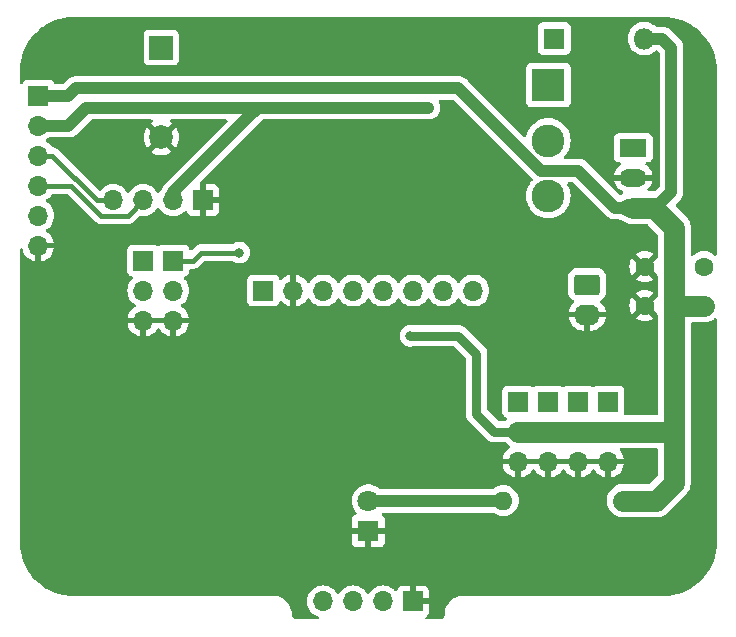
<source format=gbr>
%TF.GenerationSoftware,KiCad,Pcbnew,8.0.8*%
%TF.CreationDate,2025-02-10T09:37:57+01:00*%
%TF.ProjectId,Otto-ESP32-XIAO-Lite,4f74746f-2d45-4535-9033-322d5849414f,1.0*%
%TF.SameCoordinates,Original*%
%TF.FileFunction,Copper,L2,Bot*%
%TF.FilePolarity,Positive*%
%FSLAX46Y46*%
G04 Gerber Fmt 4.6, Leading zero omitted, Abs format (unit mm)*
G04 Created by KiCad (PCBNEW 8.0.8) date 2025-02-10 09:37:57*
%MOMM*%
%LPD*%
G01*
G04 APERTURE LIST*
G04 Aperture macros list*
%AMRoundRect*
0 Rectangle with rounded corners*
0 $1 Rounding radius*
0 $2 $3 $4 $5 $6 $7 $8 $9 X,Y pos of 4 corners*
0 Add a 4 corners polygon primitive as box body*
4,1,4,$2,$3,$4,$5,$6,$7,$8,$9,$2,$3,0*
0 Add four circle primitives for the rounded corners*
1,1,$1+$1,$2,$3*
1,1,$1+$1,$4,$5*
1,1,$1+$1,$6,$7*
1,1,$1+$1,$8,$9*
0 Add four rect primitives between the rounded corners*
20,1,$1+$1,$2,$3,$4,$5,0*
20,1,$1+$1,$4,$5,$6,$7,0*
20,1,$1+$1,$6,$7,$8,$9,0*
20,1,$1+$1,$8,$9,$2,$3,0*%
G04 Aperture macros list end*
%TA.AperFunction,ComponentPad*%
%ADD10R,1.700000X1.700000*%
%TD*%
%TA.AperFunction,ComponentPad*%
%ADD11O,1.700000X1.700000*%
%TD*%
%TA.AperFunction,ComponentPad*%
%ADD12R,1.800000X1.800000*%
%TD*%
%TA.AperFunction,ComponentPad*%
%ADD13O,1.800000X1.800000*%
%TD*%
%TA.AperFunction,ComponentPad*%
%ADD14C,1.600000*%
%TD*%
%TA.AperFunction,ComponentPad*%
%ADD15O,1.600000X1.600000*%
%TD*%
%TA.AperFunction,ComponentPad*%
%ADD16RoundRect,0.250000X-0.845000X0.620000X-0.845000X-0.620000X0.845000X-0.620000X0.845000X0.620000X0*%
%TD*%
%TA.AperFunction,ComponentPad*%
%ADD17O,2.190000X1.740000*%
%TD*%
%TA.AperFunction,ComponentPad*%
%ADD18R,2.300000X1.500000*%
%TD*%
%TA.AperFunction,ComponentPad*%
%ADD19O,2.300000X1.500000*%
%TD*%
%TA.AperFunction,ComponentPad*%
%ADD20C,1.800000*%
%TD*%
%TA.AperFunction,ComponentPad*%
%ADD21R,2.775000X2.775000*%
%TD*%
%TA.AperFunction,ComponentPad*%
%ADD22C,2.775000*%
%TD*%
%TA.AperFunction,ComponentPad*%
%ADD23R,2.000000X2.000000*%
%TD*%
%TA.AperFunction,ComponentPad*%
%ADD24C,2.000000*%
%TD*%
%TA.AperFunction,ViaPad*%
%ADD25C,0.800000*%
%TD*%
%TA.AperFunction,Conductor*%
%ADD26C,1.000000*%
%TD*%
%TA.AperFunction,Conductor*%
%ADD27C,1.800000*%
%TD*%
%TA.AperFunction,Conductor*%
%ADD28C,0.800000*%
%TD*%
%TA.AperFunction,Conductor*%
%ADD29C,0.400000*%
%TD*%
%TA.AperFunction,Conductor*%
%ADD30C,0.200000*%
%TD*%
G04 APERTURE END LIST*
D10*
%TO.P,J5,1,Pin_1*%
%TO.N,Servo-5*%
X56916346Y-90126000D03*
D11*
%TO.P,J5,2,Pin_2*%
%TO.N,+5V*%
X56916346Y-92666000D03*
%TO.P,J5,3,Pin_3*%
%TO.N,GND*%
X56916346Y-95206000D03*
%TD*%
D10*
%TO.P,J8,1,Pin_1*%
%TO.N,+5V*%
X45486346Y-76156000D03*
D11*
%TO.P,J8,2,Pin_2*%
%TO.N,+3.3V*%
X45486346Y-78696000D03*
%TO.P,J8,3,Pin_3*%
%TO.N,SDA*%
X45486346Y-81236000D03*
%TO.P,J8,4,Pin_4*%
%TO.N,SCL*%
X45486346Y-83776000D03*
%TO.P,J8,5,Pin_5*%
%TO.N,unconnected-(J8-Pin_5-Pad5)*%
X45486346Y-86316000D03*
%TO.P,J8,6,Pin_6*%
%TO.N,GND*%
X45486346Y-88856000D03*
%TD*%
D12*
%TO.P,D4,1,K*%
%TO.N,Net-(D4-K)*%
X89174346Y-71330000D03*
D13*
%TO.P,D4,2,A*%
%TO.N,+5V*%
X96794346Y-71330000D03*
%TD*%
D10*
%TO.P,J4,1,Pin_1*%
%TO.N,Servo-4*%
X86126346Y-102064000D03*
D11*
%TO.P,J4,2,Pin_2*%
%TO.N,+5V*%
X86126346Y-104604000D03*
%TO.P,J4,3,Pin_3*%
%TO.N,GND*%
X86126346Y-107144000D03*
%TD*%
D14*
%TO.P,C3,1*%
%TO.N,+BATT*%
X101834346Y-90634000D03*
%TO.P,C3,2*%
%TO.N,GND*%
X96834346Y-90634000D03*
%TD*%
%TO.P,R1,1*%
%TO.N,+5V*%
X95016346Y-110446000D03*
D15*
%TO.P,R1,2*%
%TO.N,Net-(D1-A)*%
X84856346Y-110446000D03*
%TD*%
D10*
%TO.P,J6,1,Pin_1*%
%TO.N,Servo-6*%
X54376346Y-90126000D03*
D11*
%TO.P,J6,2,Pin_2*%
%TO.N,+5V*%
X54376346Y-92666000D03*
%TO.P,J6,3,Pin_3*%
%TO.N,GND*%
X54376346Y-95206000D03*
%TD*%
D16*
%TO.P,J10,1,Pin_1*%
%TO.N,Net-(J10-Pin_1)*%
X91955312Y-92158000D03*
D17*
%TO.P,J10,2,Pin_2*%
%TO.N,GND*%
X91955312Y-94698000D03*
%TD*%
D18*
%TO.P,U2,1,IN*%
%TO.N,+BATT*%
X95856846Y-80567000D03*
D19*
%TO.P,U2,2,GND*%
%TO.N,GND*%
X95856846Y-83107000D03*
%TO.P,U2,3,OUT*%
%TO.N,+5V*%
X95856846Y-85646999D03*
%TD*%
D10*
%TO.P,J2,1,Pin_1*%
%TO.N,Servo-2*%
X91206346Y-102064000D03*
D11*
%TO.P,J2,2,Pin_2*%
%TO.N,+5V*%
X91206346Y-104604000D03*
%TO.P,J2,3,Pin_3*%
%TO.N,GND*%
X91206346Y-107144000D03*
%TD*%
D10*
%TO.P,J3,1,Pin_1*%
%TO.N,Servo-3*%
X88666346Y-102064000D03*
D11*
%TO.P,J3,2,Pin_2*%
%TO.N,+5V*%
X88666346Y-104604000D03*
%TO.P,J3,3,Pin_3*%
%TO.N,GND*%
X88666346Y-107144000D03*
%TD*%
D10*
%TO.P,J1,1,Pin_1*%
%TO.N,Servo-1*%
X93746346Y-102064000D03*
D11*
%TO.P,J1,2,Pin_2*%
%TO.N,+5V*%
X93746346Y-104604000D03*
%TO.P,J1,3,Pin_3*%
%TO.N,GND*%
X93746346Y-107144000D03*
%TD*%
D10*
%TO.P,J13,1,Pin_1*%
%TO.N,+3.3V*%
X64536345Y-92666000D03*
D11*
%TO.P,J13,2,Pin_2*%
%TO.N,GND*%
X67076345Y-92666000D03*
%TO.P,J13,3,Pin_3*%
%TO.N,SCL*%
X69616344Y-92666000D03*
%TO.P,J13,4,Pin_4*%
%TO.N,SDA*%
X72156345Y-92666000D03*
%TO.P,J13,5,Pin_5*%
%TO.N,unconnected-(J13-Pin_5-Pad5)*%
X74696345Y-92666000D03*
%TO.P,J13,6,Pin_6*%
%TO.N,unconnected-(J13-Pin_6-Pad6)*%
X77236345Y-92666000D03*
%TO.P,J13,7,Pin_7*%
%TO.N,unconnected-(J13-Pin_7-Pad7)*%
X79776345Y-92666000D03*
%TO.P,J13,8,Pin_8*%
%TO.N,unconnected-(J13-Pin_8-Pad8)*%
X82316346Y-92666000D03*
%TD*%
D14*
%TO.P,C4,1*%
%TO.N,+5V*%
X101834346Y-93936000D03*
%TO.P,C4,2*%
%TO.N,GND*%
X96834346Y-93936000D03*
%TD*%
D12*
%TO.P,D1,1,K*%
%TO.N,GND*%
X73426346Y-113016000D03*
D20*
%TO.P,D1,2,A*%
%TO.N,Net-(D1-A)*%
X73426346Y-110476000D03*
%TD*%
D10*
%TO.P,J12,1,Pin_1*%
%TO.N,GND*%
X59446346Y-85021000D03*
D11*
%TO.P,J12,2,Pin_2*%
%TO.N,+3.3V*%
X56906346Y-85021000D03*
%TO.P,J12,3,Pin_3*%
%TO.N,SCL*%
X54366347Y-85021000D03*
%TO.P,J12,4,Pin_4*%
%TO.N,SDA*%
X51826346Y-85021000D03*
%TD*%
D10*
%TO.P,J7,1,Pin_1*%
%TO.N,GND*%
X77226346Y-118991000D03*
D11*
%TO.P,J7,2,Pin_2*%
%TO.N,Echo*%
X74686346Y-118991000D03*
%TO.P,J7,3,Pin_3*%
%TO.N,Trig*%
X72146346Y-118991000D03*
%TO.P,J7,4,Pin_4*%
%TO.N,+3.3V*%
X69606346Y-118991000D03*
%TD*%
D21*
%TO.P,SW1,1,A*%
%TO.N,+BATT*%
X88666346Y-75266000D03*
D22*
%TO.P,SW1,2,B*%
%TO.N,Net-(J10-Pin_1)*%
X88666346Y-79966000D03*
%TO.P,SW1,3,C*%
%TO.N,unconnected-(SW1-C-Pad3)*%
X88666346Y-84666000D03*
%TD*%
D23*
%TO.P,BZ1,1,+*%
%TO.N,Buzzer*%
X55900346Y-72092000D03*
D24*
%TO.P,BZ1,2,-*%
%TO.N,GND*%
X55900346Y-79692000D03*
%TD*%
D25*
%TO.N,GND*%
X72410346Y-85808000D03*
X72410346Y-84792000D03*
X71394346Y-85808000D03*
X73426346Y-85808000D03*
X61234346Y-85808000D03*
X71394346Y-84792000D03*
X61234346Y-87332000D03*
%TO.N,+5V*%
X76982346Y-96510000D03*
%TO.N,Servo-5*%
X62504346Y-89452000D03*
%TO.N,+3.3V*%
X78506346Y-77172000D03*
%TD*%
D26*
%TO.N,Net-(D1-A)*%
X84826346Y-110476000D02*
X84856346Y-110446000D01*
X73426346Y-110476000D02*
X84826346Y-110476000D01*
D27*
%TO.N,+5V*%
X88666346Y-104604000D02*
X91206346Y-104604000D01*
D28*
X82570346Y-103080000D02*
X84094346Y-104604000D01*
D27*
X99334346Y-104604000D02*
X93746346Y-104604000D01*
X99334346Y-91142000D02*
X99334346Y-87332000D01*
D26*
X81046346Y-75521000D02*
X88031345Y-82505999D01*
X48026346Y-76156000D02*
X48661346Y-75521000D01*
D27*
X91206346Y-104604000D02*
X93746346Y-104604000D01*
X101834346Y-93936000D02*
X99334346Y-93936000D01*
D28*
X82570346Y-98000000D02*
X82570346Y-103080000D01*
D26*
X95856846Y-85646999D02*
X97717347Y-85646999D01*
X88031345Y-82505999D02*
X91206345Y-82505999D01*
D27*
X99334346Y-103080000D02*
X99334346Y-104604000D01*
D26*
X45486346Y-76156000D02*
X48026346Y-76156000D01*
X97717347Y-85646999D02*
X99080346Y-84284000D01*
X99080346Y-72092000D02*
X98318346Y-71330000D01*
D28*
X84094346Y-104604000D02*
X86126346Y-104604000D01*
D27*
X99334346Y-108922000D02*
X99334346Y-103080000D01*
D26*
X98318346Y-71330000D02*
X96794346Y-71330000D01*
X94347345Y-85646999D02*
X95856846Y-85646999D01*
D28*
X81046346Y-96476000D02*
X82570346Y-98000000D01*
D26*
X91206345Y-82505999D02*
X94347345Y-85646999D01*
D27*
X99334346Y-93174000D02*
X99334346Y-91142000D01*
D26*
X48661346Y-75521000D02*
X81046346Y-75521000D01*
D27*
X97810346Y-110446000D02*
X99334346Y-108922000D01*
X95016346Y-110446000D02*
X97810346Y-110446000D01*
D28*
X76982346Y-96510000D02*
X77016346Y-96476000D01*
D27*
X86126346Y-104604000D02*
X88666346Y-104604000D01*
X99334346Y-93174000D02*
X99334346Y-103080000D01*
X99334346Y-87332000D02*
X97649345Y-85646999D01*
X97649345Y-85646999D02*
X95856846Y-85646999D01*
X99334346Y-93936000D02*
X99334346Y-93174000D01*
D28*
X77016346Y-96476000D02*
X81046346Y-96476000D01*
D26*
X99080346Y-84284000D02*
X99080346Y-72092000D01*
D29*
%TO.N,Servo-5*%
X62504346Y-89452000D02*
X59241346Y-89452000D01*
X59241346Y-89452000D02*
X58567346Y-90126000D01*
X58567346Y-90126000D02*
X56916346Y-90126000D01*
D26*
%TO.N,+3.3V*%
X78506346Y-77172000D02*
X64095346Y-77172000D01*
X56906346Y-84361000D02*
X56906346Y-85021000D01*
X48026346Y-78696000D02*
X49550346Y-77172000D01*
X49550346Y-77172000D02*
X64095346Y-77172000D01*
X63172846Y-78094500D02*
X56906346Y-84361000D01*
X64095346Y-77172000D02*
X63172846Y-78094500D01*
X45486346Y-78696000D02*
X48026346Y-78696000D01*
D30*
X56906346Y-85036000D02*
X56906346Y-85021000D01*
D29*
%TO.N,SCL*%
X48280346Y-83776000D02*
X50825346Y-86321000D01*
X53066347Y-86321000D02*
X54366347Y-85021000D01*
X50825346Y-86321000D02*
X53066347Y-86321000D01*
X45486346Y-83776000D02*
X48280346Y-83776000D01*
%TO.N,SDA*%
X46659584Y-81236000D02*
X50444584Y-85021000D01*
X45486346Y-81236000D02*
X46659584Y-81236000D01*
X50444584Y-85021000D02*
X51826346Y-85021000D01*
%TD*%
%TA.AperFunction,Conductor*%
%TO.N,GND*%
G36*
X56450421Y-95013007D02*
G01*
X56416346Y-95140174D01*
X56416346Y-95271826D01*
X56450421Y-95398993D01*
X56483334Y-95456000D01*
X54809358Y-95456000D01*
X54842271Y-95398993D01*
X54876346Y-95271826D01*
X54876346Y-95140174D01*
X54842271Y-95013007D01*
X54809358Y-94956000D01*
X56483334Y-94956000D01*
X56450421Y-95013007D01*
G37*
%TD.AperFunction*%
%TA.AperFunction,Conductor*%
G36*
X80647603Y-76541185D02*
G01*
X80668244Y-76557818D01*
X83974850Y-79864425D01*
X87254205Y-83143780D01*
X87298686Y-83188261D01*
X87332171Y-83249584D01*
X87327187Y-83319276D01*
X87298687Y-83363623D01*
X87235849Y-83426461D01*
X87235839Y-83426472D01*
X87074003Y-83642660D01*
X87073998Y-83642668D01*
X86944576Y-83879687D01*
X86944574Y-83879691D01*
X86850194Y-84132736D01*
X86792789Y-84396617D01*
X86773523Y-84665998D01*
X86773523Y-84666001D01*
X86792789Y-84935382D01*
X86838950Y-85147575D01*
X86850196Y-85199270D01*
X86908215Y-85354824D01*
X86944574Y-85452308D01*
X86944576Y-85452312D01*
X87073998Y-85689331D01*
X87074003Y-85689339D01*
X87235839Y-85905527D01*
X87235855Y-85905545D01*
X87426800Y-86096490D01*
X87426818Y-86096506D01*
X87643006Y-86258342D01*
X87643014Y-86258347D01*
X87880033Y-86387769D01*
X87880037Y-86387771D01*
X87880039Y-86387772D01*
X88133076Y-86482150D01*
X88265022Y-86510853D01*
X88396963Y-86539556D01*
X88396965Y-86539556D01*
X88396969Y-86539557D01*
X88636353Y-86556677D01*
X88666345Y-86558823D01*
X88666346Y-86558823D01*
X88666347Y-86558823D01*
X88693333Y-86556892D01*
X88935723Y-86539557D01*
X88962983Y-86533627D01*
X88973634Y-86531309D01*
X89199616Y-86482150D01*
X89452653Y-86387772D01*
X89689683Y-86258344D01*
X89905881Y-86096500D01*
X90096846Y-85905535D01*
X90258690Y-85689337D01*
X90388118Y-85452307D01*
X90482496Y-85199270D01*
X90539903Y-84935377D01*
X90559169Y-84666000D01*
X90555943Y-84620901D01*
X90552720Y-84575828D01*
X90539903Y-84396623D01*
X90536022Y-84378784D01*
X90499344Y-84210179D01*
X90482496Y-84132730D01*
X90388118Y-83879693D01*
X90388115Y-83879687D01*
X90284498Y-83689926D01*
X90269646Y-83621653D01*
X90294063Y-83556189D01*
X90349996Y-83514317D01*
X90393330Y-83506499D01*
X90740563Y-83506499D01*
X90807602Y-83526184D01*
X90828244Y-83542818D01*
X93567080Y-86281654D01*
X93567109Y-86281685D01*
X93709559Y-86424135D01*
X93709563Y-86424138D01*
X93873424Y-86533627D01*
X93873437Y-86533634D01*
X94002178Y-86586960D01*
X94045089Y-86604734D01*
X94055509Y-86609050D01*
X94152157Y-86628274D01*
X94200480Y-86637886D01*
X94248803Y-86647499D01*
X94248804Y-86647499D01*
X94248805Y-86647499D01*
X94445885Y-86647499D01*
X94666147Y-86647499D01*
X94733186Y-86667184D01*
X94739032Y-86671181D01*
X94795967Y-86712546D01*
X94801441Y-86716523D01*
X94976821Y-86805883D01*
X95159634Y-86865283D01*
X95177610Y-86872729D01*
X95319235Y-86944892D01*
X95319242Y-86944895D01*
X95424067Y-86978954D01*
X95528895Y-87013014D01*
X95746624Y-87047499D01*
X97017877Y-87047499D01*
X97084916Y-87067184D01*
X97105558Y-87083818D01*
X97897527Y-87875787D01*
X97931012Y-87937110D01*
X97933846Y-87963468D01*
X97933846Y-89836690D01*
X97914161Y-89903729D01*
X97897527Y-89924371D01*
X97234346Y-90587552D01*
X97234346Y-90581339D01*
X97207087Y-90479606D01*
X97154426Y-90388394D01*
X97079952Y-90313920D01*
X96988740Y-90261259D01*
X96887007Y-90234000D01*
X96880791Y-90234000D01*
X97559818Y-89554974D01*
X97486824Y-89503863D01*
X97280677Y-89407735D01*
X97280663Y-89407730D01*
X97060956Y-89348860D01*
X97060945Y-89348858D01*
X96834348Y-89329034D01*
X96834344Y-89329034D01*
X96607746Y-89348858D01*
X96607735Y-89348860D01*
X96388028Y-89407730D01*
X96388019Y-89407734D01*
X96181862Y-89503866D01*
X96181858Y-89503868D01*
X96108872Y-89554973D01*
X96108872Y-89554974D01*
X96787899Y-90234000D01*
X96781685Y-90234000D01*
X96679952Y-90261259D01*
X96588740Y-90313920D01*
X96514266Y-90388394D01*
X96461605Y-90479606D01*
X96434346Y-90581339D01*
X96434346Y-90587552D01*
X95755320Y-89908526D01*
X95755319Y-89908526D01*
X95704214Y-89981512D01*
X95704212Y-89981516D01*
X95608080Y-90187673D01*
X95608076Y-90187682D01*
X95549206Y-90407389D01*
X95549204Y-90407400D01*
X95529380Y-90633997D01*
X95529380Y-90634002D01*
X95549204Y-90860599D01*
X95549206Y-90860610D01*
X95608076Y-91080317D01*
X95608081Y-91080331D01*
X95704209Y-91286478D01*
X95755320Y-91359472D01*
X96434346Y-90680446D01*
X96434346Y-90686661D01*
X96461605Y-90788394D01*
X96514266Y-90879606D01*
X96588740Y-90954080D01*
X96679952Y-91006741D01*
X96781685Y-91034000D01*
X96787899Y-91034000D01*
X96108872Y-91713025D01*
X96181859Y-91764132D01*
X96181867Y-91764136D01*
X96388014Y-91860264D01*
X96388028Y-91860269D01*
X96607735Y-91919139D01*
X96607746Y-91919141D01*
X96834344Y-91938966D01*
X96834348Y-91938966D01*
X97060945Y-91919141D01*
X97060956Y-91919139D01*
X97280663Y-91860269D01*
X97280677Y-91860264D01*
X97486824Y-91764136D01*
X97559817Y-91713024D01*
X96880793Y-91034000D01*
X96887007Y-91034000D01*
X96988740Y-91006741D01*
X97079952Y-90954080D01*
X97154426Y-90879606D01*
X97207087Y-90788394D01*
X97234346Y-90686661D01*
X97234346Y-90680447D01*
X97897527Y-91343628D01*
X97931012Y-91404951D01*
X97933846Y-91431309D01*
X97933846Y-93138690D01*
X97914161Y-93205729D01*
X97897527Y-93226371D01*
X97234346Y-93889552D01*
X97234346Y-93883339D01*
X97207087Y-93781606D01*
X97154426Y-93690394D01*
X97079952Y-93615920D01*
X96988740Y-93563259D01*
X96887007Y-93536000D01*
X96880791Y-93536000D01*
X97559818Y-92856974D01*
X97486824Y-92805863D01*
X97280677Y-92709735D01*
X97280663Y-92709730D01*
X97060956Y-92650860D01*
X97060945Y-92650858D01*
X96834348Y-92631034D01*
X96834344Y-92631034D01*
X96607746Y-92650858D01*
X96607735Y-92650860D01*
X96388028Y-92709730D01*
X96388019Y-92709734D01*
X96181862Y-92805866D01*
X96181858Y-92805868D01*
X96108872Y-92856973D01*
X96108872Y-92856974D01*
X96787899Y-93536000D01*
X96781685Y-93536000D01*
X96679952Y-93563259D01*
X96588740Y-93615920D01*
X96514266Y-93690394D01*
X96461605Y-93781606D01*
X96434346Y-93883339D01*
X96434346Y-93889552D01*
X95755320Y-93210526D01*
X95755319Y-93210526D01*
X95704214Y-93283512D01*
X95704212Y-93283516D01*
X95608080Y-93489673D01*
X95608076Y-93489682D01*
X95549206Y-93709389D01*
X95549204Y-93709400D01*
X95529380Y-93935997D01*
X95529380Y-93936002D01*
X95549204Y-94162599D01*
X95549206Y-94162610D01*
X95608076Y-94382317D01*
X95608081Y-94382331D01*
X95704209Y-94588478D01*
X95755320Y-94661472D01*
X96434346Y-93982446D01*
X96434346Y-93988661D01*
X96461605Y-94090394D01*
X96514266Y-94181606D01*
X96588740Y-94256080D01*
X96679952Y-94308741D01*
X96781685Y-94336000D01*
X96787899Y-94336000D01*
X96108872Y-95015025D01*
X96181859Y-95066132D01*
X96181867Y-95066136D01*
X96388014Y-95162264D01*
X96388028Y-95162269D01*
X96607735Y-95221139D01*
X96607746Y-95221141D01*
X96834344Y-95240966D01*
X96834348Y-95240966D01*
X97060945Y-95221141D01*
X97060956Y-95221139D01*
X97280663Y-95162269D01*
X97280677Y-95162264D01*
X97486824Y-95066136D01*
X97559817Y-95015024D01*
X96880793Y-94336000D01*
X96887007Y-94336000D01*
X96988740Y-94308741D01*
X97079952Y-94256080D01*
X97154426Y-94181606D01*
X97207087Y-94090394D01*
X97234346Y-93988661D01*
X97234346Y-93982447D01*
X97897527Y-94645628D01*
X97931012Y-94706951D01*
X97933846Y-94733309D01*
X97933846Y-103079500D01*
X97914161Y-103146539D01*
X97861357Y-103192294D01*
X97809846Y-103203500D01*
X95201142Y-103203500D01*
X95134103Y-103183815D01*
X95088348Y-103131011D01*
X95078404Y-103061853D01*
X95084961Y-103036165D01*
X95090437Y-103021483D01*
X95093681Y-102991308D01*
X95096846Y-102961873D01*
X95096845Y-101166128D01*
X95090437Y-101106517D01*
X95040142Y-100971669D01*
X95040141Y-100971668D01*
X95040139Y-100971664D01*
X94953893Y-100856455D01*
X94953890Y-100856452D01*
X94838681Y-100770206D01*
X94838674Y-100770202D01*
X94703828Y-100719908D01*
X94703829Y-100719908D01*
X94644229Y-100713501D01*
X94644227Y-100713500D01*
X94644219Y-100713500D01*
X94644210Y-100713500D01*
X92848475Y-100713500D01*
X92848469Y-100713501D01*
X92788862Y-100719908D01*
X92654017Y-100770202D01*
X92654015Y-100770203D01*
X92550657Y-100847578D01*
X92485193Y-100871995D01*
X92416920Y-100857144D01*
X92402035Y-100847578D01*
X92298676Y-100770203D01*
X92298674Y-100770202D01*
X92163828Y-100719908D01*
X92163829Y-100719908D01*
X92104229Y-100713501D01*
X92104227Y-100713500D01*
X92104219Y-100713500D01*
X92104210Y-100713500D01*
X90308475Y-100713500D01*
X90308469Y-100713501D01*
X90248862Y-100719908D01*
X90114017Y-100770202D01*
X90114015Y-100770203D01*
X90010657Y-100847578D01*
X89945193Y-100871995D01*
X89876920Y-100857144D01*
X89862035Y-100847578D01*
X89758676Y-100770203D01*
X89758674Y-100770202D01*
X89623828Y-100719908D01*
X89623829Y-100719908D01*
X89564229Y-100713501D01*
X89564227Y-100713500D01*
X89564219Y-100713500D01*
X89564210Y-100713500D01*
X87768475Y-100713500D01*
X87768469Y-100713501D01*
X87708862Y-100719908D01*
X87574017Y-100770202D01*
X87574015Y-100770203D01*
X87470657Y-100847578D01*
X87405193Y-100871995D01*
X87336920Y-100857144D01*
X87322035Y-100847578D01*
X87218676Y-100770203D01*
X87218674Y-100770202D01*
X87083828Y-100719908D01*
X87083829Y-100719908D01*
X87024229Y-100713501D01*
X87024227Y-100713500D01*
X87024219Y-100713500D01*
X87024210Y-100713500D01*
X85228475Y-100713500D01*
X85228469Y-100713501D01*
X85168862Y-100719908D01*
X85034017Y-100770202D01*
X85034010Y-100770206D01*
X84918801Y-100856452D01*
X84918798Y-100856455D01*
X84832552Y-100971664D01*
X84832548Y-100971671D01*
X84782254Y-101106517D01*
X84775847Y-101166116D01*
X84775847Y-101166123D01*
X84775846Y-101166135D01*
X84775846Y-102961870D01*
X84775847Y-102961876D01*
X84782254Y-103021483D01*
X84832548Y-103156328D01*
X84832552Y-103156335D01*
X84918798Y-103271544D01*
X84918801Y-103271547D01*
X85034010Y-103357793D01*
X85034017Y-103357797D01*
X85113926Y-103387601D01*
X85169860Y-103429472D01*
X85194277Y-103494936D01*
X85179426Y-103563209D01*
X85158274Y-103591464D01*
X85082557Y-103667181D01*
X85021234Y-103700666D01*
X84994876Y-103703500D01*
X84518707Y-103703500D01*
X84451668Y-103683815D01*
X84431026Y-103667181D01*
X83507165Y-102743319D01*
X83473680Y-102681996D01*
X83470846Y-102655638D01*
X83470846Y-97911306D01*
X83470845Y-97911304D01*
X83436242Y-97737341D01*
X83436239Y-97737332D01*
X83368362Y-97573459D01*
X83368355Y-97573446D01*
X83269811Y-97425966D01*
X83214988Y-97371143D01*
X83144381Y-97300536D01*
X82780389Y-96936544D01*
X81620385Y-95776538D01*
X81620043Y-95776309D01*
X81544523Y-95725849D01*
X81544521Y-95725848D01*
X81544521Y-95725847D01*
X81472890Y-95677985D01*
X81472888Y-95677984D01*
X81390953Y-95644046D01*
X81390952Y-95644046D01*
X81309012Y-95610105D01*
X81309004Y-95610103D01*
X81135042Y-95575500D01*
X81135038Y-95575500D01*
X81135037Y-95575500D01*
X77105038Y-95575500D01*
X76927654Y-95575500D01*
X76927652Y-95575500D01*
X76756731Y-95609499D01*
X76756727Y-95609500D01*
X76755179Y-95609807D01*
X76753679Y-95610106D01*
X76753672Y-95610108D01*
X76589805Y-95677983D01*
X76589792Y-95677990D01*
X76442312Y-95776534D01*
X76442310Y-95776537D01*
X76402608Y-95816237D01*
X76387820Y-95828868D01*
X76376479Y-95837108D01*
X76376470Y-95837116D01*
X76331085Y-95887519D01*
X76326621Y-95892223D01*
X76282885Y-95935960D01*
X76282878Y-95935968D01*
X76274654Y-95948277D01*
X76263707Y-95962352D01*
X76249814Y-95977782D01*
X76249813Y-95977783D01*
X76219253Y-96030713D01*
X76214972Y-96037597D01*
X76184333Y-96083454D01*
X76176088Y-96103357D01*
X76168921Y-96117890D01*
X76155166Y-96141716D01*
X76155164Y-96141721D01*
X76138356Y-96193449D01*
X76134988Y-96202580D01*
X76116451Y-96247333D01*
X76116449Y-96247341D01*
X76110934Y-96275067D01*
X76107248Y-96289193D01*
X76096672Y-96321743D01*
X76096671Y-96321746D01*
X76091687Y-96369160D01*
X76089985Y-96380384D01*
X76081846Y-96421307D01*
X76081846Y-96456306D01*
X76081167Y-96469266D01*
X76076886Y-96509999D01*
X76081167Y-96550731D01*
X76081846Y-96563692D01*
X76081846Y-96598692D01*
X76089985Y-96639614D01*
X76091687Y-96650839D01*
X76096671Y-96698249D01*
X76096672Y-96698256D01*
X76107249Y-96730807D01*
X76110933Y-96744927D01*
X76116451Y-96772665D01*
X76116452Y-96772670D01*
X76134987Y-96817417D01*
X76138357Y-96826550D01*
X76155166Y-96878282D01*
X76168917Y-96902100D01*
X76176089Y-96916644D01*
X76184332Y-96936544D01*
X76184334Y-96936547D01*
X76214972Y-96982402D01*
X76219256Y-96989290D01*
X76249813Y-97042216D01*
X76263701Y-97057640D01*
X76274653Y-97071721D01*
X76282881Y-97084035D01*
X76326629Y-97127783D01*
X76331098Y-97132492D01*
X76376475Y-97182888D01*
X76382167Y-97187024D01*
X76387809Y-97191123D01*
X76402605Y-97203760D01*
X76408306Y-97209461D01*
X76408311Y-97209465D01*
X76465327Y-97247561D01*
X76469302Y-97250330D01*
X76529616Y-97294151D01*
X76536253Y-97297106D01*
X76554699Y-97307277D01*
X76555799Y-97308012D01*
X76625373Y-97336831D01*
X76628276Y-97338077D01*
X76702541Y-97371143D01*
X76702543Y-97371144D01*
X76703037Y-97371249D01*
X76713719Y-97374567D01*
X76713853Y-97374127D01*
X76719676Y-97375893D01*
X76719680Y-97375895D01*
X76800250Y-97391920D01*
X76801629Y-97392204D01*
X76887700Y-97410500D01*
X76887701Y-97410500D01*
X77076991Y-97410500D01*
X77076992Y-97410500D01*
X77163045Y-97392208D01*
X77164480Y-97391912D01*
X77214034Y-97382056D01*
X77229995Y-97378882D01*
X77254184Y-97376500D01*
X80621984Y-97376500D01*
X80689023Y-97396185D01*
X80709665Y-97412819D01*
X81633527Y-98336680D01*
X81667012Y-98398003D01*
X81669846Y-98424361D01*
X81669846Y-103168696D01*
X81704449Y-103342658D01*
X81704451Y-103342666D01*
X81734206Y-103414500D01*
X81772330Y-103506542D01*
X81772331Y-103506543D01*
X81772333Y-103506547D01*
X81810194Y-103563209D01*
X81811727Y-103565503D01*
X81811728Y-103565506D01*
X81870878Y-103654031D01*
X81870884Y-103654039D01*
X83394882Y-105178035D01*
X83520311Y-105303464D01*
X83520312Y-105303465D01*
X83667792Y-105402009D01*
X83667805Y-105402016D01*
X83790709Y-105452923D01*
X83831680Y-105469894D01*
X83831682Y-105469894D01*
X83831687Y-105469896D01*
X84005650Y-105504499D01*
X84005653Y-105504500D01*
X84005655Y-105504500D01*
X84994876Y-105504500D01*
X85061915Y-105524185D01*
X85082557Y-105540818D01*
X85213981Y-105672242D01*
X85213984Y-105672244D01*
X85213988Y-105672248D01*
X85396265Y-105804679D01*
X85395113Y-105806264D01*
X85436429Y-105851922D01*
X85447858Y-105920851D01*
X85420207Y-105985016D01*
X85395893Y-106007423D01*
X85255268Y-106105890D01*
X85255266Y-106105891D01*
X85088237Y-106272920D01*
X85088232Y-106272926D01*
X84952746Y-106466420D01*
X84952745Y-106466422D01*
X84852916Y-106680507D01*
X84852913Y-106680513D01*
X84795710Y-106893999D01*
X84795710Y-106894000D01*
X85693334Y-106894000D01*
X85660421Y-106951007D01*
X85626346Y-107078174D01*
X85626346Y-107209826D01*
X85660421Y-107336993D01*
X85693334Y-107394000D01*
X84795710Y-107394000D01*
X84852913Y-107607486D01*
X84852916Y-107607492D01*
X84952745Y-107821578D01*
X85088240Y-108015082D01*
X85255263Y-108182105D01*
X85448767Y-108317600D01*
X85662853Y-108417429D01*
X85662862Y-108417433D01*
X85876346Y-108474634D01*
X85876346Y-107577012D01*
X85933353Y-107609925D01*
X86060520Y-107644000D01*
X86192172Y-107644000D01*
X86319339Y-107609925D01*
X86376346Y-107577012D01*
X86376346Y-108474633D01*
X86589829Y-108417433D01*
X86589838Y-108417429D01*
X86803924Y-108317600D01*
X86997428Y-108182105D01*
X87164451Y-108015082D01*
X87294771Y-107828968D01*
X87349348Y-107785344D01*
X87418847Y-107778151D01*
X87481201Y-107809673D01*
X87497921Y-107828968D01*
X87628240Y-108015082D01*
X87795263Y-108182105D01*
X87988767Y-108317600D01*
X88202853Y-108417429D01*
X88202862Y-108417433D01*
X88416346Y-108474634D01*
X88416346Y-107577012D01*
X88473353Y-107609925D01*
X88600520Y-107644000D01*
X88732172Y-107644000D01*
X88859339Y-107609925D01*
X88916346Y-107577012D01*
X88916346Y-108474633D01*
X89129829Y-108417433D01*
X89129838Y-108417429D01*
X89343924Y-108317600D01*
X89537428Y-108182105D01*
X89704451Y-108015082D01*
X89834771Y-107828968D01*
X89889348Y-107785344D01*
X89958847Y-107778151D01*
X90021201Y-107809673D01*
X90037921Y-107828968D01*
X90168240Y-108015082D01*
X90335263Y-108182105D01*
X90528767Y-108317600D01*
X90742853Y-108417429D01*
X90742862Y-108417433D01*
X90956346Y-108474634D01*
X90956346Y-107577012D01*
X91013353Y-107609925D01*
X91140520Y-107644000D01*
X91272172Y-107644000D01*
X91399339Y-107609925D01*
X91456346Y-107577012D01*
X91456346Y-108474633D01*
X91669829Y-108417433D01*
X91669838Y-108417429D01*
X91883924Y-108317600D01*
X92077428Y-108182105D01*
X92244451Y-108015082D01*
X92374771Y-107828968D01*
X92429348Y-107785344D01*
X92498847Y-107778151D01*
X92561201Y-107809673D01*
X92577921Y-107828968D01*
X92708240Y-108015082D01*
X92875263Y-108182105D01*
X93068767Y-108317600D01*
X93282853Y-108417429D01*
X93282862Y-108417433D01*
X93496346Y-108474634D01*
X93496346Y-107577012D01*
X93553353Y-107609925D01*
X93680520Y-107644000D01*
X93812172Y-107644000D01*
X93939339Y-107609925D01*
X93996346Y-107577012D01*
X93996346Y-108474633D01*
X94209829Y-108417433D01*
X94209838Y-108417429D01*
X94423924Y-108317600D01*
X94617428Y-108182105D01*
X94784451Y-108015082D01*
X94919946Y-107821578D01*
X95019775Y-107607492D01*
X95019778Y-107607486D01*
X95076982Y-107394000D01*
X94179358Y-107394000D01*
X94212271Y-107336993D01*
X94246346Y-107209826D01*
X94246346Y-107078174D01*
X94212271Y-106951007D01*
X94179358Y-106894000D01*
X95076982Y-106894000D01*
X95076981Y-106893999D01*
X95019778Y-106680513D01*
X95019775Y-106680507D01*
X94919946Y-106466422D01*
X94919945Y-106466420D01*
X94784459Y-106272926D01*
X94784454Y-106272920D01*
X94727715Y-106216181D01*
X94694230Y-106154858D01*
X94699214Y-106085166D01*
X94741086Y-106029233D01*
X94806550Y-106004816D01*
X94815396Y-106004500D01*
X97809846Y-106004500D01*
X97876885Y-106024185D01*
X97922640Y-106076989D01*
X97933846Y-106128500D01*
X97933846Y-108290532D01*
X97914161Y-108357571D01*
X97897527Y-108378213D01*
X97266559Y-109009181D01*
X97205236Y-109042666D01*
X97178878Y-109045500D01*
X94906124Y-109045500D01*
X94833547Y-109056995D01*
X94688393Y-109079985D01*
X94478742Y-109148103D01*
X94478739Y-109148104D01*
X94282320Y-109248187D01*
X94103987Y-109377752D01*
X94103982Y-109377756D01*
X93948102Y-109533636D01*
X93948098Y-109533641D01*
X93818533Y-109711974D01*
X93718450Y-109908393D01*
X93718449Y-109908396D01*
X93650331Y-110118047D01*
X93615846Y-110335778D01*
X93615846Y-110556221D01*
X93650331Y-110773952D01*
X93718449Y-110983603D01*
X93718450Y-110983606D01*
X93818533Y-111180025D01*
X93948098Y-111358358D01*
X93948102Y-111358363D01*
X94103982Y-111514243D01*
X94103987Y-111514247D01*
X94259538Y-111627260D01*
X94282324Y-111643815D01*
X94392133Y-111699766D01*
X94478739Y-111743895D01*
X94478742Y-111743896D01*
X94537343Y-111762936D01*
X94688395Y-111812015D01*
X94906124Y-111846500D01*
X97694989Y-111846500D01*
X97695013Y-111846501D01*
X97700124Y-111846501D01*
X97920567Y-111846501D01*
X97920568Y-111846501D01*
X98138297Y-111812015D01*
X98347952Y-111743895D01*
X98544368Y-111643815D01*
X98636926Y-111576568D01*
X98722711Y-111514242D01*
X98878588Y-111358365D01*
X98878589Y-111358363D01*
X98885649Y-111351303D01*
X98885655Y-111351296D01*
X100239642Y-109997309D01*
X100239649Y-109997303D01*
X100246709Y-109990243D01*
X100246711Y-109990242D01*
X100402588Y-109834365D01*
X100532161Y-109656022D01*
X100632241Y-109459606D01*
X100700361Y-109249951D01*
X100734846Y-109032222D01*
X100734846Y-102969778D01*
X100734846Y-95460500D01*
X100754531Y-95393461D01*
X100807335Y-95347706D01*
X100858846Y-95336500D01*
X101944567Y-95336500D01*
X101944568Y-95336500D01*
X102162297Y-95302015D01*
X102371952Y-95233895D01*
X102568368Y-95133815D01*
X102665372Y-95063338D01*
X102728961Y-95017139D01*
X102794767Y-94993659D01*
X102862821Y-95009485D01*
X102911516Y-95059591D01*
X102925846Y-95117457D01*
X102925846Y-114013293D01*
X102925728Y-114018702D01*
X102908960Y-114402753D01*
X102908017Y-114413529D01*
X102858196Y-114791958D01*
X102856318Y-114802612D01*
X102773699Y-115175281D01*
X102770899Y-115185729D01*
X102656121Y-115549762D01*
X102652421Y-115559927D01*
X102506350Y-115912576D01*
X102501778Y-115922381D01*
X102325527Y-116260958D01*
X102320119Y-116270326D01*
X102115028Y-116592257D01*
X102108823Y-116601118D01*
X101876462Y-116903938D01*
X101869509Y-116912225D01*
X101611631Y-117193653D01*
X101603982Y-117201302D01*
X101322557Y-117459183D01*
X101314270Y-117466136D01*
X101011452Y-117698499D01*
X101002591Y-117704704D01*
X100680665Y-117909796D01*
X100671296Y-117915205D01*
X100332720Y-118091459D01*
X100322917Y-118096031D01*
X99970269Y-118242106D01*
X99960104Y-118245806D01*
X99596064Y-118360591D01*
X99585614Y-118363391D01*
X99212954Y-118446010D01*
X99202301Y-118447888D01*
X98823868Y-118497713D01*
X98813092Y-118498656D01*
X98430096Y-118515382D01*
X98424686Y-118515500D01*
X81352862Y-118515500D01*
X81352207Y-118515541D01*
X81319051Y-118515541D01*
X81106599Y-118546078D01*
X81106595Y-118546079D01*
X81106589Y-118546080D01*
X80900656Y-118606539D01*
X80705418Y-118695692D01*
X80705410Y-118695697D01*
X80524848Y-118811731D01*
X80524844Y-118811734D01*
X80362631Y-118952284D01*
X80222074Y-119114489D01*
X80222070Y-119114494D01*
X80106034Y-119295043D01*
X80106031Y-119295047D01*
X80016864Y-119490289D01*
X79956394Y-119696226D01*
X79956393Y-119696231D01*
X79956393Y-119696232D01*
X79926397Y-119904854D01*
X79925846Y-119908684D01*
X79925846Y-120009039D01*
X79925066Y-120022923D01*
X79914886Y-120113270D01*
X79908708Y-120140340D01*
X79880991Y-120219553D01*
X79868944Y-120244568D01*
X79824299Y-120315624D01*
X79806987Y-120337334D01*
X79747652Y-120396672D01*
X79725943Y-120413985D01*
X79654888Y-120458634D01*
X79629873Y-120470682D01*
X79550667Y-120498401D01*
X79523598Y-120504581D01*
X79446792Y-120513238D01*
X79433650Y-120514720D01*
X79419762Y-120515500D01*
X78380949Y-120515500D01*
X78313910Y-120495815D01*
X78268155Y-120443011D01*
X78258211Y-120373853D01*
X78287236Y-120310297D01*
X78311898Y-120290421D01*
X78311335Y-120289669D01*
X78433533Y-120198190D01*
X78433536Y-120198187D01*
X78519696Y-120083093D01*
X78519700Y-120083086D01*
X78569942Y-119948379D01*
X78569944Y-119948372D01*
X78576345Y-119888844D01*
X78576346Y-119888827D01*
X78576346Y-119241000D01*
X77659358Y-119241000D01*
X77692271Y-119183993D01*
X77726346Y-119056826D01*
X77726346Y-118925174D01*
X77692271Y-118798007D01*
X77659358Y-118741000D01*
X78576346Y-118741000D01*
X78576346Y-118093172D01*
X78576345Y-118093155D01*
X78569944Y-118033627D01*
X78569942Y-118033620D01*
X78519700Y-117898913D01*
X78519696Y-117898906D01*
X78433536Y-117783812D01*
X78433533Y-117783809D01*
X78318439Y-117697649D01*
X78318432Y-117697645D01*
X78183725Y-117647403D01*
X78183718Y-117647401D01*
X78124190Y-117641000D01*
X77476346Y-117641000D01*
X77476346Y-118557988D01*
X77419339Y-118525075D01*
X77292172Y-118491000D01*
X77160520Y-118491000D01*
X77033353Y-118525075D01*
X76976346Y-118557988D01*
X76976346Y-117641000D01*
X76328501Y-117641000D01*
X76268973Y-117647401D01*
X76268966Y-117647403D01*
X76134259Y-117697645D01*
X76134252Y-117697649D01*
X76019158Y-117783809D01*
X76019155Y-117783812D01*
X75932995Y-117898906D01*
X75932991Y-117898913D01*
X75883924Y-118030470D01*
X75842053Y-118086404D01*
X75776588Y-118110821D01*
X75708315Y-118095969D01*
X75680061Y-118074819D01*
X75635712Y-118030470D01*
X75557747Y-117952505D01*
X75557743Y-117952502D01*
X75557742Y-117952501D01*
X75364180Y-117816967D01*
X75364176Y-117816965D01*
X75293073Y-117783809D01*
X75150009Y-117717097D01*
X75150005Y-117717096D01*
X75150001Y-117717094D01*
X74921759Y-117655938D01*
X74921749Y-117655936D01*
X74686347Y-117635341D01*
X74686345Y-117635341D01*
X74450942Y-117655936D01*
X74450932Y-117655938D01*
X74222690Y-117717094D01*
X74222681Y-117717098D01*
X74008517Y-117816964D01*
X74008515Y-117816965D01*
X73814943Y-117952505D01*
X73647851Y-118119597D01*
X73517921Y-118305158D01*
X73463344Y-118348783D01*
X73393846Y-118355977D01*
X73331491Y-118324454D01*
X73314771Y-118305158D01*
X73184840Y-118119597D01*
X73017748Y-117952506D01*
X73017741Y-117952501D01*
X72824180Y-117816967D01*
X72824176Y-117816965D01*
X72753073Y-117783809D01*
X72610009Y-117717097D01*
X72610005Y-117717096D01*
X72610001Y-117717094D01*
X72381759Y-117655938D01*
X72381749Y-117655936D01*
X72146347Y-117635341D01*
X72146345Y-117635341D01*
X71910942Y-117655936D01*
X71910932Y-117655938D01*
X71682690Y-117717094D01*
X71682681Y-117717098D01*
X71468517Y-117816964D01*
X71468515Y-117816965D01*
X71274943Y-117952505D01*
X71107851Y-118119597D01*
X70977921Y-118305158D01*
X70923344Y-118348783D01*
X70853846Y-118355977D01*
X70791491Y-118324454D01*
X70774771Y-118305158D01*
X70644840Y-118119597D01*
X70477748Y-117952506D01*
X70477741Y-117952501D01*
X70284180Y-117816967D01*
X70284176Y-117816965D01*
X70213073Y-117783809D01*
X70070009Y-117717097D01*
X70070005Y-117717096D01*
X70070001Y-117717094D01*
X69841759Y-117655938D01*
X69841749Y-117655936D01*
X69606347Y-117635341D01*
X69606345Y-117635341D01*
X69370942Y-117655936D01*
X69370932Y-117655938D01*
X69142690Y-117717094D01*
X69142681Y-117717098D01*
X68928517Y-117816964D01*
X68928515Y-117816965D01*
X68734943Y-117952505D01*
X68567851Y-118119597D01*
X68432311Y-118313169D01*
X68432310Y-118313171D01*
X68332444Y-118527335D01*
X68332440Y-118527344D01*
X68271284Y-118755586D01*
X68271282Y-118755596D01*
X68250687Y-118990999D01*
X68250687Y-118991000D01*
X68271282Y-119226403D01*
X68271284Y-119226413D01*
X68332440Y-119454655D01*
X68332442Y-119454659D01*
X68332443Y-119454663D01*
X68412098Y-119625483D01*
X68432311Y-119668830D01*
X68432313Y-119668834D01*
X68523654Y-119799281D01*
X68567851Y-119862401D01*
X68734945Y-120029495D01*
X68811481Y-120083086D01*
X68928511Y-120165032D01*
X68928513Y-120165033D01*
X68928516Y-120165035D01*
X69142683Y-120264903D01*
X69142689Y-120264904D01*
X69142690Y-120264905D01*
X69168142Y-120271725D01*
X69227803Y-120308090D01*
X69258332Y-120370937D01*
X69250037Y-120440312D01*
X69205552Y-120494190D01*
X69139000Y-120515465D01*
X69136049Y-120515500D01*
X67500499Y-120515500D01*
X67500454Y-120515497D01*
X67492215Y-120515497D01*
X67476642Y-120515497D01*
X67433285Y-120515499D01*
X67419402Y-120514720D01*
X67329054Y-120504544D01*
X67301984Y-120498366D01*
X67222779Y-120470655D01*
X67197758Y-120458607D01*
X67126704Y-120413963D01*
X67104995Y-120396651D01*
X67045661Y-120337320D01*
X67028348Y-120315611D01*
X66983703Y-120244562D01*
X66971655Y-120219547D01*
X66943937Y-120140334D01*
X66937759Y-120113266D01*
X66934359Y-120083093D01*
X66927626Y-120023329D01*
X66926846Y-120009446D01*
X66926846Y-119942349D01*
X66926800Y-119941644D01*
X66926800Y-119908688D01*
X66926800Y-119908685D01*
X66896256Y-119696240D01*
X66835790Y-119490304D01*
X66746632Y-119295069D01*
X66630598Y-119114509D01*
X66563595Y-119037181D01*
X66490048Y-118952298D01*
X66327847Y-118811745D01*
X66327840Y-118811740D01*
X66147298Y-118695705D01*
X66147294Y-118695703D01*
X66147291Y-118695701D01*
X65952061Y-118606534D01*
X65952058Y-118606533D01*
X65746131Y-118546059D01*
X65746119Y-118546056D01*
X65533688Y-118515505D01*
X65533682Y-118515504D01*
X65500522Y-118515503D01*
X65500472Y-118515500D01*
X65492238Y-118515500D01*
X65426370Y-118515500D01*
X65426361Y-118515499D01*
X65360477Y-118515497D01*
X65360475Y-118515497D01*
X65352237Y-118515497D01*
X65352193Y-118515500D01*
X48429052Y-118515500D01*
X48423643Y-118515382D01*
X48039595Y-118498614D01*
X48028820Y-118497671D01*
X47941450Y-118486168D01*
X47650390Y-118447849D01*
X47639737Y-118445971D01*
X47267071Y-118363352D01*
X47256623Y-118360552D01*
X46892592Y-118245774D01*
X46882426Y-118242074D01*
X46529775Y-118096001D01*
X46519971Y-118091429D01*
X46402870Y-118030470D01*
X46181390Y-117915174D01*
X46172034Y-117909773D01*
X45974316Y-117783812D01*
X45850111Y-117704684D01*
X45841250Y-117698480D01*
X45538418Y-117466109D01*
X45530131Y-117459155D01*
X45248713Y-117201283D01*
X45241064Y-117193634D01*
X44983192Y-116912216D01*
X44976238Y-116903929D01*
X44743867Y-116601096D01*
X44737663Y-116592235D01*
X44636770Y-116433865D01*
X44532570Y-116270304D01*
X44527174Y-116260958D01*
X44350916Y-115922369D01*
X44346347Y-115912571D01*
X44200274Y-115559920D01*
X44196574Y-115549754D01*
X44081796Y-115185723D01*
X44078996Y-115175275D01*
X43996375Y-114802601D01*
X43994499Y-114791955D01*
X43944676Y-114413507D01*
X43943736Y-114402771D01*
X43926963Y-114018603D01*
X43926846Y-114013210D01*
X43926846Y-110475993D01*
X72021046Y-110475993D01*
X72021046Y-110476006D01*
X72040210Y-110707297D01*
X72040212Y-110707308D01*
X72097188Y-110932300D01*
X72190421Y-111144848D01*
X72317364Y-111339150D01*
X72412513Y-111442510D01*
X72443435Y-111505164D01*
X72435574Y-111574590D01*
X72391427Y-111628746D01*
X72364617Y-111642674D01*
X72284257Y-111672646D01*
X72284252Y-111672649D01*
X72169158Y-111758809D01*
X72169155Y-111758812D01*
X72082995Y-111873906D01*
X72082991Y-111873913D01*
X72032749Y-112008620D01*
X72032747Y-112008627D01*
X72026346Y-112068155D01*
X72026346Y-112766000D01*
X73051068Y-112766000D01*
X73007013Y-112842306D01*
X72976346Y-112956756D01*
X72976346Y-113075244D01*
X73007013Y-113189694D01*
X73051068Y-113266000D01*
X72026346Y-113266000D01*
X72026346Y-113963844D01*
X72032747Y-114023372D01*
X72032749Y-114023379D01*
X72082991Y-114158086D01*
X72082995Y-114158093D01*
X72169155Y-114273187D01*
X72169158Y-114273190D01*
X72284252Y-114359350D01*
X72284259Y-114359354D01*
X72418966Y-114409596D01*
X72418973Y-114409598D01*
X72478501Y-114415999D01*
X72478518Y-114416000D01*
X73176346Y-114416000D01*
X73176346Y-113391277D01*
X73252652Y-113435333D01*
X73367102Y-113466000D01*
X73485590Y-113466000D01*
X73600040Y-113435333D01*
X73676346Y-113391277D01*
X73676346Y-114416000D01*
X74374174Y-114416000D01*
X74374190Y-114415999D01*
X74433718Y-114409598D01*
X74433725Y-114409596D01*
X74568432Y-114359354D01*
X74568439Y-114359350D01*
X74683533Y-114273190D01*
X74683536Y-114273187D01*
X74769696Y-114158093D01*
X74769700Y-114158086D01*
X74819942Y-114023379D01*
X74819944Y-114023372D01*
X74826345Y-113963844D01*
X74826346Y-113963827D01*
X74826346Y-113266000D01*
X73801624Y-113266000D01*
X73845679Y-113189694D01*
X73876346Y-113075244D01*
X73876346Y-112956756D01*
X73845679Y-112842306D01*
X73801624Y-112766000D01*
X74826346Y-112766000D01*
X74826346Y-112068172D01*
X74826345Y-112068155D01*
X74819944Y-112008627D01*
X74819942Y-112008620D01*
X74769700Y-111873913D01*
X74769696Y-111873906D01*
X74683536Y-111758812D01*
X74683533Y-111758809D01*
X74604662Y-111699766D01*
X74562791Y-111643833D01*
X74557807Y-111574141D01*
X74591293Y-111512818D01*
X74652616Y-111479334D01*
X74678973Y-111476500D01*
X84021603Y-111476500D01*
X84088642Y-111496185D01*
X84092713Y-111498916D01*
X84203612Y-111576568D01*
X84409850Y-111672739D01*
X84629654Y-111731635D01*
X84769798Y-111743896D01*
X84856344Y-111751468D01*
X84856346Y-111751468D01*
X84856348Y-111751468D01*
X84913019Y-111746509D01*
X85083038Y-111731635D01*
X85302842Y-111672739D01*
X85509080Y-111576568D01*
X85695485Y-111446047D01*
X85856393Y-111285139D01*
X85986914Y-111098734D01*
X86083085Y-110892496D01*
X86141981Y-110672692D01*
X86161814Y-110446000D01*
X86141981Y-110219308D01*
X86097262Y-110052415D01*
X86083087Y-109999511D01*
X86083084Y-109999502D01*
X86006078Y-109834363D01*
X85986914Y-109793266D01*
X85856393Y-109606861D01*
X85856391Y-109606858D01*
X85695487Y-109445954D01*
X85509080Y-109315432D01*
X85509078Y-109315431D01*
X85302843Y-109219261D01*
X85302834Y-109219258D01*
X85083043Y-109160366D01*
X85083039Y-109160365D01*
X85083038Y-109160365D01*
X85083037Y-109160364D01*
X85083032Y-109160364D01*
X84856348Y-109140532D01*
X84856344Y-109140532D01*
X84629659Y-109160364D01*
X84629648Y-109160366D01*
X84409857Y-109219258D01*
X84409848Y-109219261D01*
X84203613Y-109315431D01*
X84203611Y-109315432D01*
X84017203Y-109445954D01*
X84016560Y-109446495D01*
X84016219Y-109446643D01*
X84012772Y-109449058D01*
X84012286Y-109448364D01*
X83952549Y-109474504D01*
X83936861Y-109475500D01*
X74462810Y-109475500D01*
X74395771Y-109455815D01*
X74378825Y-109442728D01*
X74378140Y-109442098D01*
X74378130Y-109442087D01*
X74215402Y-109315431D01*
X74194974Y-109299531D01*
X73990850Y-109189064D01*
X73990841Y-109189061D01*
X73771330Y-109113702D01*
X73569272Y-109079985D01*
X73542395Y-109075500D01*
X73310297Y-109075500D01*
X73283420Y-109079985D01*
X73081361Y-109113702D01*
X72861850Y-109189061D01*
X72861841Y-109189064D01*
X72657717Y-109299531D01*
X72657711Y-109299535D01*
X72474568Y-109442081D01*
X72474565Y-109442084D01*
X72474562Y-109442086D01*
X72474562Y-109442087D01*
X72458435Y-109459606D01*
X72317362Y-109612852D01*
X72190421Y-109807151D01*
X72097188Y-110019699D01*
X72040212Y-110244691D01*
X72040210Y-110244702D01*
X72021046Y-110475993D01*
X43926846Y-110475993D01*
X43926846Y-92665999D01*
X53020687Y-92665999D01*
X53020687Y-92666000D01*
X53041282Y-92901403D01*
X53041284Y-92901413D01*
X53102440Y-93129655D01*
X53102442Y-93129659D01*
X53102443Y-93129663D01*
X53174184Y-93283512D01*
X53202311Y-93343830D01*
X53202313Y-93343834D01*
X53285626Y-93462816D01*
X53337847Y-93537396D01*
X53337852Y-93537402D01*
X53504943Y-93704493D01*
X53504949Y-93704498D01*
X53690940Y-93834730D01*
X53734565Y-93889307D01*
X53741759Y-93958805D01*
X53710236Y-94021160D01*
X53690941Y-94037880D01*
X53505268Y-94167890D01*
X53505266Y-94167891D01*
X53338237Y-94334920D01*
X53338232Y-94334926D01*
X53202746Y-94528420D01*
X53202745Y-94528422D01*
X53102916Y-94742507D01*
X53102913Y-94742513D01*
X53045710Y-94955999D01*
X53045710Y-94956000D01*
X53943334Y-94956000D01*
X53910421Y-95013007D01*
X53876346Y-95140174D01*
X53876346Y-95271826D01*
X53910421Y-95398993D01*
X53943334Y-95456000D01*
X53045710Y-95456000D01*
X53102913Y-95669486D01*
X53102916Y-95669492D01*
X53202745Y-95883578D01*
X53338240Y-96077082D01*
X53505263Y-96244105D01*
X53698767Y-96379600D01*
X53912853Y-96479429D01*
X53912862Y-96479433D01*
X54126346Y-96536634D01*
X54126346Y-95639012D01*
X54183353Y-95671925D01*
X54310520Y-95706000D01*
X54442172Y-95706000D01*
X54569339Y-95671925D01*
X54626346Y-95639012D01*
X54626346Y-96536633D01*
X54839829Y-96479433D01*
X54839838Y-96479429D01*
X55053924Y-96379600D01*
X55247428Y-96244105D01*
X55414451Y-96077082D01*
X55544771Y-95890968D01*
X55599348Y-95847344D01*
X55668847Y-95840151D01*
X55731201Y-95871673D01*
X55747921Y-95890968D01*
X55878240Y-96077082D01*
X56045263Y-96244105D01*
X56238767Y-96379600D01*
X56452853Y-96479429D01*
X56452862Y-96479433D01*
X56666346Y-96536634D01*
X56666346Y-95639012D01*
X56723353Y-95671925D01*
X56850520Y-95706000D01*
X56982172Y-95706000D01*
X57109339Y-95671925D01*
X57166346Y-95639012D01*
X57166346Y-96536633D01*
X57379829Y-96479433D01*
X57379838Y-96479429D01*
X57593924Y-96379600D01*
X57787428Y-96244105D01*
X57954451Y-96077082D01*
X58089946Y-95883578D01*
X58189775Y-95669492D01*
X58189778Y-95669486D01*
X58246982Y-95456000D01*
X57349358Y-95456000D01*
X57382271Y-95398993D01*
X57416346Y-95271826D01*
X57416346Y-95140174D01*
X57382271Y-95013007D01*
X57349358Y-94956000D01*
X58246982Y-94956000D01*
X58246981Y-94955999D01*
X58189778Y-94742513D01*
X58189775Y-94742507D01*
X58089946Y-94528422D01*
X58089945Y-94528420D01*
X57954459Y-94334926D01*
X57954454Y-94334920D01*
X57787424Y-94167890D01*
X57601751Y-94037879D01*
X57558126Y-93983302D01*
X57550934Y-93913804D01*
X57582456Y-93851449D01*
X57601752Y-93834730D01*
X57643488Y-93805506D01*
X57787747Y-93704495D01*
X57954841Y-93537401D01*
X58090381Y-93343830D01*
X58190249Y-93129663D01*
X58251409Y-92901408D01*
X58272005Y-92666000D01*
X58251409Y-92430592D01*
X58190249Y-92202337D01*
X58090381Y-91988171D01*
X58084770Y-91980158D01*
X57954842Y-91794600D01*
X57928377Y-91768135D01*
X63185845Y-91768135D01*
X63185845Y-93563870D01*
X63185846Y-93563876D01*
X63192253Y-93623483D01*
X63242547Y-93758328D01*
X63242551Y-93758335D01*
X63328797Y-93873544D01*
X63328800Y-93873547D01*
X63444009Y-93959793D01*
X63444016Y-93959797D01*
X63578862Y-94010091D01*
X63578861Y-94010091D01*
X63585789Y-94010835D01*
X63638472Y-94016500D01*
X65434217Y-94016499D01*
X65493828Y-94010091D01*
X65628676Y-93959796D01*
X65743891Y-93873546D01*
X65830141Y-93758331D01*
X65879347Y-93626401D01*
X65921217Y-93570468D01*
X65986682Y-93546050D01*
X66054955Y-93560901D01*
X66083210Y-93582053D01*
X66205262Y-93704105D01*
X66398766Y-93839600D01*
X66612852Y-93939429D01*
X66612861Y-93939433D01*
X66826345Y-93996634D01*
X66826345Y-93099012D01*
X66883352Y-93131925D01*
X67010519Y-93166000D01*
X67142171Y-93166000D01*
X67269338Y-93131925D01*
X67326345Y-93099012D01*
X67326345Y-93996633D01*
X67539828Y-93939433D01*
X67539837Y-93939429D01*
X67753923Y-93839600D01*
X67947427Y-93704105D01*
X68114450Y-93537082D01*
X68244464Y-93351405D01*
X68299041Y-93307781D01*
X68368540Y-93300588D01*
X68430894Y-93332110D01*
X68447612Y-93351404D01*
X68447919Y-93351842D01*
X68577844Y-93537395D01*
X68577849Y-93537401D01*
X68744943Y-93704495D01*
X68841728Y-93772265D01*
X68938509Y-93840032D01*
X68938511Y-93840033D01*
X68938514Y-93840035D01*
X69152681Y-93939903D01*
X69380936Y-94001063D01*
X69557378Y-94016500D01*
X69616343Y-94021659D01*
X69616344Y-94021659D01*
X69616345Y-94021659D01*
X69675310Y-94016500D01*
X69851752Y-94001063D01*
X70080007Y-93939903D01*
X70294174Y-93840035D01*
X70487745Y-93704495D01*
X70654839Y-93537401D01*
X70784770Y-93351839D01*
X70839346Y-93308216D01*
X70908844Y-93301022D01*
X70971199Y-93332545D01*
X70987917Y-93351838D01*
X71117850Y-93537401D01*
X71284944Y-93704495D01*
X71381729Y-93772265D01*
X71478510Y-93840032D01*
X71478512Y-93840033D01*
X71478515Y-93840035D01*
X71692682Y-93939903D01*
X71920937Y-94001063D01*
X72097379Y-94016500D01*
X72156344Y-94021659D01*
X72156345Y-94021659D01*
X72156346Y-94021659D01*
X72215311Y-94016500D01*
X72391753Y-94001063D01*
X72620008Y-93939903D01*
X72834175Y-93840035D01*
X73027746Y-93704495D01*
X73194840Y-93537401D01*
X73324771Y-93351841D01*
X73379347Y-93308217D01*
X73448845Y-93301023D01*
X73511200Y-93332546D01*
X73527920Y-93351842D01*
X73657845Y-93537395D01*
X73657850Y-93537401D01*
X73824944Y-93704495D01*
X73921729Y-93772265D01*
X74018510Y-93840032D01*
X74018512Y-93840033D01*
X74018515Y-93840035D01*
X74232682Y-93939903D01*
X74460937Y-94001063D01*
X74637379Y-94016500D01*
X74696344Y-94021659D01*
X74696345Y-94021659D01*
X74696346Y-94021659D01*
X74755311Y-94016500D01*
X74931753Y-94001063D01*
X75160008Y-93939903D01*
X75374175Y-93840035D01*
X75567746Y-93704495D01*
X75734840Y-93537401D01*
X75864771Y-93351841D01*
X75919347Y-93308217D01*
X75988845Y-93301023D01*
X76051200Y-93332546D01*
X76067920Y-93351842D01*
X76197845Y-93537395D01*
X76197850Y-93537401D01*
X76364944Y-93704495D01*
X76461729Y-93772265D01*
X76558510Y-93840032D01*
X76558512Y-93840033D01*
X76558515Y-93840035D01*
X76772682Y-93939903D01*
X77000937Y-94001063D01*
X77177379Y-94016500D01*
X77236344Y-94021659D01*
X77236345Y-94021659D01*
X77236346Y-94021659D01*
X77295311Y-94016500D01*
X77471753Y-94001063D01*
X77700008Y-93939903D01*
X77914175Y-93840035D01*
X78107746Y-93704495D01*
X78274840Y-93537401D01*
X78404771Y-93351841D01*
X78459347Y-93308217D01*
X78528845Y-93301023D01*
X78591200Y-93332546D01*
X78607920Y-93351842D01*
X78737845Y-93537395D01*
X78737850Y-93537401D01*
X78904944Y-93704495D01*
X79001729Y-93772265D01*
X79098510Y-93840032D01*
X79098512Y-93840033D01*
X79098515Y-93840035D01*
X79312682Y-93939903D01*
X79540937Y-94001063D01*
X79717379Y-94016500D01*
X79776344Y-94021659D01*
X79776345Y-94021659D01*
X79776346Y-94021659D01*
X79835311Y-94016500D01*
X80011753Y-94001063D01*
X80240008Y-93939903D01*
X80454175Y-93840035D01*
X80647746Y-93704495D01*
X80814840Y-93537401D01*
X80944771Y-93351839D01*
X80999347Y-93308216D01*
X81068845Y-93301022D01*
X81131200Y-93332545D01*
X81147918Y-93351838D01*
X81277851Y-93537401D01*
X81444945Y-93704495D01*
X81541730Y-93772265D01*
X81638511Y-93840032D01*
X81638513Y-93840033D01*
X81638516Y-93840035D01*
X81852683Y-93939903D01*
X82080938Y-94001063D01*
X82257380Y-94016500D01*
X82316345Y-94021659D01*
X82316346Y-94021659D01*
X82316347Y-94021659D01*
X82375312Y-94016500D01*
X82551754Y-94001063D01*
X82780009Y-93939903D01*
X82994176Y-93840035D01*
X83187747Y-93704495D01*
X83354841Y-93537401D01*
X83490381Y-93343830D01*
X83590249Y-93129663D01*
X83651409Y-92901408D01*
X83672005Y-92666000D01*
X83651409Y-92430592D01*
X83590249Y-92202337D01*
X83490381Y-91988171D01*
X83484771Y-91980158D01*
X83354840Y-91794597D01*
X83187748Y-91627506D01*
X83187741Y-91627501D01*
X82994180Y-91491967D01*
X82994176Y-91491965D01*
X82985637Y-91487983D01*
X90359812Y-91487983D01*
X90359812Y-92828001D01*
X90359813Y-92828018D01*
X90370312Y-92930796D01*
X90370313Y-92930799D01*
X90425497Y-93097331D01*
X90425499Y-93097336D01*
X90445439Y-93129664D01*
X90517600Y-93246656D01*
X90641656Y-93370712D01*
X90790978Y-93462814D01*
X90790979Y-93462814D01*
X90790982Y-93462816D01*
X90792140Y-93463356D01*
X90792800Y-93463937D01*
X90797125Y-93466605D01*
X90796669Y-93467343D01*
X90844580Y-93509527D01*
X90863734Y-93576720D01*
X90843520Y-93643601D01*
X90827420Y-93663420D01*
X90685334Y-93805506D01*
X90558583Y-93979963D01*
X90460684Y-94172098D01*
X90394045Y-94377190D01*
X90382831Y-94448000D01*
X91412603Y-94448000D01*
X91400860Y-94468339D01*
X91360312Y-94619667D01*
X91360312Y-94776333D01*
X91400860Y-94927661D01*
X91412603Y-94948000D01*
X90382831Y-94948000D01*
X90394045Y-95018809D01*
X90460684Y-95223901D01*
X90558583Y-95416036D01*
X90685337Y-95590496D01*
X90685337Y-95590497D01*
X90837814Y-95742974D01*
X91012275Y-95869728D01*
X91204410Y-95967627D01*
X91409502Y-96034265D01*
X91622492Y-96068000D01*
X91705312Y-96068000D01*
X91705312Y-95240709D01*
X91725651Y-95252452D01*
X91876979Y-95293000D01*
X92033645Y-95293000D01*
X92184973Y-95252452D01*
X92205312Y-95240709D01*
X92205312Y-96068000D01*
X92288132Y-96068000D01*
X92501121Y-96034265D01*
X92706213Y-95967627D01*
X92898348Y-95869728D01*
X93072808Y-95742974D01*
X93072809Y-95742974D01*
X93225286Y-95590497D01*
X93225286Y-95590496D01*
X93352040Y-95416036D01*
X93449939Y-95223901D01*
X93516578Y-95018809D01*
X93527793Y-94948000D01*
X92498021Y-94948000D01*
X92509764Y-94927661D01*
X92550312Y-94776333D01*
X92550312Y-94619667D01*
X92509764Y-94468339D01*
X92498021Y-94448000D01*
X93527793Y-94448000D01*
X93516578Y-94377190D01*
X93449939Y-94172098D01*
X93352040Y-93979963D01*
X93225286Y-93805503D01*
X93225286Y-93805502D01*
X93083204Y-93663420D01*
X93049719Y-93602097D01*
X93054703Y-93532405D01*
X93096575Y-93476472D01*
X93118489Y-93463353D01*
X93119635Y-93462817D01*
X93119646Y-93462814D01*
X93268968Y-93370712D01*
X93393024Y-93246656D01*
X93485126Y-93097334D01*
X93540311Y-92930797D01*
X93550812Y-92828009D01*
X93550811Y-91487992D01*
X93550579Y-91485725D01*
X93540311Y-91385203D01*
X93540310Y-91385200D01*
X93536004Y-91372206D01*
X93485126Y-91218666D01*
X93393024Y-91069344D01*
X93268968Y-90945288D01*
X93162480Y-90879606D01*
X93119648Y-90853187D01*
X93119643Y-90853185D01*
X93118174Y-90852698D01*
X92953109Y-90798001D01*
X92953107Y-90798000D01*
X92850322Y-90787500D01*
X91060310Y-90787500D01*
X91060293Y-90787501D01*
X90957515Y-90798000D01*
X90957512Y-90798001D01*
X90790980Y-90853185D01*
X90790975Y-90853187D01*
X90641654Y-90945289D01*
X90517601Y-91069342D01*
X90425499Y-91218663D01*
X90425498Y-91218666D01*
X90370313Y-91385203D01*
X90370313Y-91385204D01*
X90370312Y-91385204D01*
X90359812Y-91487983D01*
X82985637Y-91487983D01*
X82961009Y-91476499D01*
X82780009Y-91392097D01*
X82780005Y-91392096D01*
X82780001Y-91392094D01*
X82551759Y-91330938D01*
X82551749Y-91330936D01*
X82316347Y-91310341D01*
X82316345Y-91310341D01*
X82080942Y-91330936D01*
X82080932Y-91330938D01*
X81852690Y-91392094D01*
X81852681Y-91392098D01*
X81638517Y-91491964D01*
X81638515Y-91491965D01*
X81444943Y-91627505D01*
X81277854Y-91794594D01*
X81147920Y-91980160D01*
X81093343Y-92023784D01*
X81023844Y-92030977D01*
X80961490Y-91999455D01*
X80944770Y-91980159D01*
X80814839Y-91794597D01*
X80647747Y-91627506D01*
X80647740Y-91627501D01*
X80454179Y-91491967D01*
X80454175Y-91491965D01*
X80421008Y-91476499D01*
X80240008Y-91392097D01*
X80240004Y-91392096D01*
X80240000Y-91392094D01*
X80011758Y-91330938D01*
X80011748Y-91330936D01*
X79776346Y-91310341D01*
X79776344Y-91310341D01*
X79540941Y-91330936D01*
X79540931Y-91330938D01*
X79312689Y-91392094D01*
X79312680Y-91392098D01*
X79098516Y-91491964D01*
X79098514Y-91491965D01*
X78904942Y-91627505D01*
X78737850Y-91794597D01*
X78607920Y-91980158D01*
X78553343Y-92023783D01*
X78483845Y-92030977D01*
X78421490Y-91999454D01*
X78404770Y-91980158D01*
X78274839Y-91794597D01*
X78107747Y-91627506D01*
X78107740Y-91627501D01*
X77914179Y-91491967D01*
X77914175Y-91491965D01*
X77881008Y-91476499D01*
X77700008Y-91392097D01*
X77700004Y-91392096D01*
X77700000Y-91392094D01*
X77471758Y-91330938D01*
X77471748Y-91330936D01*
X77236346Y-91310341D01*
X77236344Y-91310341D01*
X77000941Y-91330936D01*
X77000931Y-91330938D01*
X76772689Y-91392094D01*
X76772680Y-91392098D01*
X76558516Y-91491964D01*
X76558514Y-91491965D01*
X76364942Y-91627505D01*
X76197850Y-91794597D01*
X76067920Y-91980158D01*
X76013343Y-92023783D01*
X75943845Y-92030977D01*
X75881490Y-91999454D01*
X75864770Y-91980158D01*
X75734839Y-91794597D01*
X75567747Y-91627506D01*
X75567740Y-91627501D01*
X75374179Y-91491967D01*
X75374175Y-91491965D01*
X75341008Y-91476499D01*
X75160008Y-91392097D01*
X75160004Y-91392096D01*
X75160000Y-91392094D01*
X74931758Y-91330938D01*
X74931748Y-91330936D01*
X74696346Y-91310341D01*
X74696344Y-91310341D01*
X74460941Y-91330936D01*
X74460931Y-91330938D01*
X74232689Y-91392094D01*
X74232680Y-91392098D01*
X74018516Y-91491964D01*
X74018514Y-91491965D01*
X73824942Y-91627505D01*
X73657850Y-91794597D01*
X73527920Y-91980158D01*
X73473343Y-92023783D01*
X73403845Y-92030977D01*
X73341490Y-91999454D01*
X73324770Y-91980158D01*
X73194839Y-91794597D01*
X73027747Y-91627506D01*
X73027740Y-91627501D01*
X72834179Y-91491967D01*
X72834175Y-91491965D01*
X72801008Y-91476499D01*
X72620008Y-91392097D01*
X72620004Y-91392096D01*
X72620000Y-91392094D01*
X72391758Y-91330938D01*
X72391748Y-91330936D01*
X72156346Y-91310341D01*
X72156344Y-91310341D01*
X71920941Y-91330936D01*
X71920931Y-91330938D01*
X71692689Y-91392094D01*
X71692680Y-91392098D01*
X71478516Y-91491964D01*
X71478514Y-91491965D01*
X71284942Y-91627505D01*
X71117853Y-91794594D01*
X70987919Y-91980160D01*
X70933342Y-92023784D01*
X70863843Y-92030977D01*
X70801489Y-91999455D01*
X70784769Y-91980159D01*
X70654838Y-91794597D01*
X70487746Y-91627506D01*
X70487739Y-91627501D01*
X70294178Y-91491967D01*
X70294174Y-91491965D01*
X70261007Y-91476499D01*
X70080007Y-91392097D01*
X70080003Y-91392096D01*
X70079999Y-91392094D01*
X69851757Y-91330938D01*
X69851747Y-91330936D01*
X69616345Y-91310341D01*
X69616343Y-91310341D01*
X69380940Y-91330936D01*
X69380930Y-91330938D01*
X69152688Y-91392094D01*
X69152679Y-91392098D01*
X68938515Y-91491964D01*
X68938513Y-91491965D01*
X68744941Y-91627505D01*
X68577849Y-91794597D01*
X68447614Y-91980594D01*
X68393037Y-92024219D01*
X68323539Y-92031413D01*
X68261184Y-91999890D01*
X68244464Y-91980594D01*
X68114458Y-91794926D01*
X68114453Y-91794920D01*
X67947427Y-91627894D01*
X67753923Y-91492399D01*
X67539837Y-91392570D01*
X67539831Y-91392567D01*
X67326345Y-91335364D01*
X67326345Y-92232988D01*
X67269338Y-92200075D01*
X67142171Y-92166000D01*
X67010519Y-92166000D01*
X66883352Y-92200075D01*
X66826345Y-92232988D01*
X66826345Y-91335364D01*
X66826344Y-91335364D01*
X66612858Y-91392567D01*
X66612852Y-91392570D01*
X66398767Y-91492399D01*
X66398765Y-91492400D01*
X66205271Y-91627886D01*
X66083210Y-91749947D01*
X66021887Y-91783431D01*
X65952195Y-91778447D01*
X65896262Y-91736575D01*
X65879347Y-91705598D01*
X65830142Y-91573671D01*
X65830138Y-91573664D01*
X65743892Y-91458455D01*
X65743889Y-91458452D01*
X65628680Y-91372206D01*
X65628673Y-91372202D01*
X65493827Y-91321908D01*
X65493828Y-91321908D01*
X65434228Y-91315501D01*
X65434226Y-91315500D01*
X65434218Y-91315500D01*
X65434209Y-91315500D01*
X63638474Y-91315500D01*
X63638468Y-91315501D01*
X63578861Y-91321908D01*
X63444016Y-91372202D01*
X63444009Y-91372206D01*
X63328800Y-91458452D01*
X63328797Y-91458455D01*
X63242551Y-91573664D01*
X63242547Y-91573671D01*
X63192253Y-91708517D01*
X63185846Y-91768116D01*
X63185845Y-91768135D01*
X57928377Y-91768135D01*
X57896817Y-91736575D01*
X57832913Y-91672671D01*
X57799430Y-91611351D01*
X57804414Y-91541659D01*
X57846285Y-91485725D01*
X57877261Y-91468810D01*
X58008677Y-91419796D01*
X58123892Y-91333546D01*
X58210142Y-91218331D01*
X58260437Y-91083483D01*
X58266846Y-91023873D01*
X58266846Y-90950500D01*
X58286531Y-90883461D01*
X58339335Y-90837706D01*
X58390846Y-90826500D01*
X58636342Y-90826500D01*
X58727386Y-90808389D01*
X58771674Y-90799580D01*
X58835415Y-90773177D01*
X58899153Y-90746777D01*
X58899154Y-90746776D01*
X58899157Y-90746775D01*
X59013889Y-90670114D01*
X59495184Y-90188819D01*
X59556507Y-90155334D01*
X59582865Y-90152500D01*
X61896190Y-90152500D01*
X61963229Y-90172185D01*
X61969075Y-90176182D01*
X62051611Y-90236148D01*
X62051616Y-90236151D01*
X62224538Y-90313142D01*
X62224543Y-90313144D01*
X62409700Y-90352500D01*
X62409701Y-90352500D01*
X62598990Y-90352500D01*
X62598992Y-90352500D01*
X62784149Y-90313144D01*
X62957076Y-90236151D01*
X63110217Y-90124888D01*
X63236879Y-89984216D01*
X63331525Y-89820284D01*
X63390020Y-89640256D01*
X63409806Y-89452000D01*
X63390020Y-89263744D01*
X63331525Y-89083716D01*
X63236879Y-88919784D01*
X63110217Y-88779112D01*
X63105247Y-88775501D01*
X62957080Y-88667851D01*
X62957075Y-88667848D01*
X62784153Y-88590857D01*
X62784148Y-88590855D01*
X62638347Y-88559865D01*
X62598992Y-88551500D01*
X62409700Y-88551500D01*
X62377243Y-88558398D01*
X62224543Y-88590855D01*
X62224538Y-88590857D01*
X62051616Y-88667848D01*
X62051611Y-88667851D01*
X61969075Y-88727818D01*
X61903269Y-88751298D01*
X61896190Y-88751500D01*
X59172350Y-88751500D01*
X59037023Y-88778418D01*
X59037013Y-88778421D01*
X58909538Y-88831222D01*
X58794800Y-88907887D01*
X58794799Y-88907888D01*
X58469982Y-89232706D01*
X58408659Y-89266191D01*
X58338967Y-89261207D01*
X58283034Y-89219335D01*
X58261624Y-89173541D01*
X58260436Y-89168514D01*
X58210143Y-89033671D01*
X58210139Y-89033664D01*
X58123893Y-88918455D01*
X58123890Y-88918452D01*
X58008681Y-88832206D01*
X58008674Y-88832202D01*
X57873828Y-88781908D01*
X57873829Y-88781908D01*
X57814229Y-88775501D01*
X57814227Y-88775500D01*
X57814219Y-88775500D01*
X57814210Y-88775500D01*
X56018475Y-88775500D01*
X56018469Y-88775501D01*
X55958862Y-88781908D01*
X55824017Y-88832202D01*
X55824015Y-88832203D01*
X55777258Y-88867206D01*
X55722915Y-88907888D01*
X55720657Y-88909578D01*
X55655193Y-88933995D01*
X55586920Y-88919144D01*
X55572035Y-88909578D01*
X55569777Y-88907888D01*
X55468677Y-88832204D01*
X55468676Y-88832203D01*
X55468674Y-88832202D01*
X55333828Y-88781908D01*
X55333829Y-88781908D01*
X55274229Y-88775501D01*
X55274227Y-88775500D01*
X55274219Y-88775500D01*
X55274210Y-88775500D01*
X53478475Y-88775500D01*
X53478469Y-88775501D01*
X53418862Y-88781908D01*
X53284017Y-88832202D01*
X53284010Y-88832206D01*
X53168801Y-88918452D01*
X53168798Y-88918455D01*
X53082552Y-89033664D01*
X53082548Y-89033671D01*
X53032254Y-89168517D01*
X53025847Y-89228116D01*
X53025846Y-89228135D01*
X53025846Y-91023870D01*
X53025847Y-91023876D01*
X53032254Y-91083483D01*
X53082548Y-91218328D01*
X53082552Y-91218335D01*
X53168798Y-91333544D01*
X53168801Y-91333547D01*
X53284010Y-91419793D01*
X53284017Y-91419797D01*
X53415427Y-91468810D01*
X53471361Y-91510681D01*
X53495778Y-91576145D01*
X53480926Y-91644418D01*
X53459776Y-91672673D01*
X53337849Y-91794600D01*
X53202311Y-91988169D01*
X53202310Y-91988171D01*
X53102444Y-92202335D01*
X53102440Y-92202344D01*
X53041284Y-92430586D01*
X53041282Y-92430596D01*
X53020687Y-92665999D01*
X43926846Y-92665999D01*
X43926846Y-89193740D01*
X43946531Y-89126701D01*
X43999335Y-89080946D01*
X44068493Y-89071002D01*
X44132049Y-89100027D01*
X44169823Y-89158805D01*
X44170621Y-89161647D01*
X44212912Y-89319483D01*
X44212916Y-89319492D01*
X44312745Y-89533578D01*
X44448240Y-89727082D01*
X44615263Y-89894105D01*
X44808767Y-90029600D01*
X45022853Y-90129429D01*
X45022862Y-90129433D01*
X45236346Y-90186634D01*
X45236346Y-89289012D01*
X45293353Y-89321925D01*
X45420520Y-89356000D01*
X45552172Y-89356000D01*
X45679339Y-89321925D01*
X45736346Y-89289012D01*
X45736346Y-90186633D01*
X45949829Y-90129433D01*
X45949838Y-90129429D01*
X46163924Y-90029600D01*
X46357428Y-89894105D01*
X46524451Y-89727082D01*
X46659946Y-89533578D01*
X46759775Y-89319492D01*
X46759778Y-89319486D01*
X46816982Y-89106000D01*
X45919358Y-89106000D01*
X45952271Y-89048993D01*
X45986346Y-88921826D01*
X45986346Y-88790174D01*
X45952271Y-88663007D01*
X45919358Y-88606000D01*
X46816982Y-88606000D01*
X46816981Y-88605999D01*
X46759778Y-88392513D01*
X46759775Y-88392507D01*
X46659946Y-88178422D01*
X46659945Y-88178420D01*
X46524459Y-87984926D01*
X46524454Y-87984920D01*
X46357424Y-87817890D01*
X46171751Y-87687879D01*
X46128126Y-87633302D01*
X46120934Y-87563804D01*
X46152456Y-87501449D01*
X46171752Y-87484730D01*
X46357747Y-87354495D01*
X46524841Y-87187401D01*
X46660381Y-86993830D01*
X46760249Y-86779663D01*
X46821409Y-86551408D01*
X46842005Y-86316000D01*
X46821409Y-86080592D01*
X46760249Y-85852337D01*
X46660381Y-85638171D01*
X46578338Y-85521000D01*
X46524840Y-85444597D01*
X46357748Y-85277506D01*
X46357742Y-85277501D01*
X46172188Y-85147575D01*
X46128563Y-85092998D01*
X46121369Y-85023500D01*
X46152892Y-84961145D01*
X46172188Y-84944425D01*
X46204528Y-84921780D01*
X46357747Y-84814495D01*
X46524841Y-84647401D01*
X46607482Y-84529376D01*
X46662059Y-84485752D01*
X46709057Y-84476500D01*
X47938827Y-84476500D01*
X48005866Y-84496185D01*
X48026508Y-84512819D01*
X50378797Y-86865109D01*
X50378800Y-86865112D01*
X50427271Y-86897499D01*
X50493538Y-86941777D01*
X50619207Y-86993830D01*
X50621018Y-86994580D01*
X50621022Y-86994580D01*
X50621023Y-86994581D01*
X50756350Y-87021500D01*
X50756353Y-87021500D01*
X53135343Y-87021500D01*
X53226387Y-87003389D01*
X53270675Y-86994580D01*
X53390626Y-86944895D01*
X53398154Y-86941777D01*
X53398155Y-86941776D01*
X53398158Y-86941775D01*
X53512890Y-86865114D01*
X53994354Y-86383648D01*
X54055674Y-86350166D01*
X54114125Y-86351557D01*
X54130939Y-86356063D01*
X54301666Y-86371000D01*
X54366346Y-86376659D01*
X54366347Y-86376659D01*
X54366348Y-86376659D01*
X54431028Y-86371000D01*
X54601755Y-86356063D01*
X54830010Y-86294903D01*
X55044177Y-86195035D01*
X55237748Y-86059495D01*
X55404842Y-85892401D01*
X55534771Y-85706842D01*
X55589348Y-85663218D01*
X55658846Y-85656024D01*
X55721201Y-85687547D01*
X55737921Y-85706842D01*
X55867851Y-85892401D01*
X56034945Y-86059495D01*
X56087794Y-86096500D01*
X56228511Y-86195032D01*
X56228513Y-86195033D01*
X56228516Y-86195035D01*
X56442683Y-86294903D01*
X56670938Y-86356063D01*
X56841665Y-86371000D01*
X56906345Y-86376659D01*
X56906346Y-86376659D01*
X56906347Y-86376659D01*
X56971027Y-86371000D01*
X57141754Y-86356063D01*
X57370009Y-86294903D01*
X57584176Y-86195035D01*
X57777747Y-86059495D01*
X57900063Y-85937178D01*
X57961382Y-85903696D01*
X58031074Y-85908680D01*
X58087008Y-85950551D01*
X58103923Y-85981528D01*
X58152992Y-86113088D01*
X58152995Y-86113093D01*
X58239155Y-86228187D01*
X58239158Y-86228190D01*
X58354252Y-86314350D01*
X58354259Y-86314354D01*
X58488966Y-86364596D01*
X58488973Y-86364598D01*
X58548501Y-86370999D01*
X58548518Y-86371000D01*
X59196346Y-86371000D01*
X59196346Y-85454012D01*
X59253353Y-85486925D01*
X59380520Y-85521000D01*
X59512172Y-85521000D01*
X59639339Y-85486925D01*
X59696346Y-85454012D01*
X59696346Y-86371000D01*
X60344174Y-86371000D01*
X60344190Y-86370999D01*
X60403718Y-86364598D01*
X60403725Y-86364596D01*
X60538432Y-86314354D01*
X60538439Y-86314350D01*
X60653533Y-86228190D01*
X60653536Y-86228187D01*
X60739696Y-86113093D01*
X60739700Y-86113086D01*
X60789942Y-85978379D01*
X60789944Y-85978372D01*
X60796345Y-85918844D01*
X60796346Y-85918827D01*
X60796346Y-85271000D01*
X59879358Y-85271000D01*
X59912271Y-85213993D01*
X59946346Y-85086826D01*
X59946346Y-84955174D01*
X59912271Y-84828007D01*
X59879358Y-84771000D01*
X60796346Y-84771000D01*
X60796346Y-84123172D01*
X60796345Y-84123155D01*
X60789944Y-84063627D01*
X60789942Y-84063620D01*
X60739700Y-83928913D01*
X60739696Y-83928906D01*
X60653536Y-83813812D01*
X60653533Y-83813809D01*
X60538439Y-83727649D01*
X60538432Y-83727645D01*
X60403725Y-83677403D01*
X60403718Y-83677401D01*
X60344190Y-83671000D01*
X59696346Y-83671000D01*
X59696346Y-84587988D01*
X59639339Y-84555075D01*
X59512172Y-84521000D01*
X59380520Y-84521000D01*
X59253353Y-84555075D01*
X59196346Y-84587988D01*
X59196346Y-83671000D01*
X59191486Y-83666140D01*
X59158001Y-83604817D01*
X59162985Y-83535125D01*
X59191483Y-83490781D01*
X63949985Y-78732282D01*
X63949986Y-78732279D01*
X63957046Y-78725220D01*
X63957051Y-78725213D01*
X64473447Y-78208819D01*
X64534770Y-78175334D01*
X64561128Y-78172500D01*
X78604889Y-78172500D01*
X78734928Y-78146632D01*
X78798181Y-78134051D01*
X78980260Y-78058632D01*
X79144128Y-77949139D01*
X79283485Y-77809782D01*
X79392978Y-77645914D01*
X79468397Y-77463835D01*
X79506846Y-77270541D01*
X79506846Y-77073459D01*
X79506846Y-77073456D01*
X79468398Y-76880170D01*
X79468397Y-76880169D01*
X79468397Y-76880165D01*
X79419031Y-76760983D01*
X79390852Y-76692952D01*
X79383383Y-76623483D01*
X79414658Y-76561004D01*
X79474747Y-76525352D01*
X79505413Y-76521500D01*
X80580564Y-76521500D01*
X80647603Y-76541185D01*
G37*
%TD.AperFunction*%
%TA.AperFunction,Conductor*%
G36*
X88200421Y-106951007D02*
G01*
X88166346Y-107078174D01*
X88166346Y-107209826D01*
X88200421Y-107336993D01*
X88233334Y-107394000D01*
X86559358Y-107394000D01*
X86592271Y-107336993D01*
X86626346Y-107209826D01*
X86626346Y-107078174D01*
X86592271Y-106951007D01*
X86559358Y-106894000D01*
X88233334Y-106894000D01*
X88200421Y-106951007D01*
G37*
%TD.AperFunction*%
%TA.AperFunction,Conductor*%
G36*
X90740421Y-106951007D02*
G01*
X90706346Y-107078174D01*
X90706346Y-107209826D01*
X90740421Y-107336993D01*
X90773334Y-107394000D01*
X89099358Y-107394000D01*
X89132271Y-107336993D01*
X89166346Y-107209826D01*
X89166346Y-107078174D01*
X89132271Y-106951007D01*
X89099358Y-106894000D01*
X90773334Y-106894000D01*
X90740421Y-106951007D01*
G37*
%TD.AperFunction*%
%TA.AperFunction,Conductor*%
G36*
X93280421Y-106951007D02*
G01*
X93246346Y-107078174D01*
X93246346Y-107209826D01*
X93280421Y-107336993D01*
X93313334Y-107394000D01*
X91639358Y-107394000D01*
X91672271Y-107336993D01*
X91706346Y-107209826D01*
X91706346Y-107078174D01*
X91672271Y-106951007D01*
X91639358Y-106894000D01*
X93313334Y-106894000D01*
X93280421Y-106951007D01*
G37*
%TD.AperFunction*%
%TA.AperFunction,Conductor*%
G36*
X98429043Y-69516618D02*
G01*
X98813107Y-69533389D01*
X98823846Y-69534329D01*
X99202315Y-69584159D01*
X99212945Y-69586034D01*
X99585608Y-69668655D01*
X99596030Y-69671446D01*
X99960084Y-69786235D01*
X99970250Y-69789935D01*
X100322903Y-69936012D01*
X100332707Y-69940584D01*
X100671280Y-70116836D01*
X100680627Y-70122232D01*
X101002569Y-70327336D01*
X101011421Y-70333534D01*
X101314246Y-70565903D01*
X101322521Y-70572846D01*
X101498882Y-70734452D01*
X101603950Y-70830730D01*
X101611599Y-70838379D01*
X101869474Y-71119803D01*
X101876427Y-71128090D01*
X102108785Y-71430906D01*
X102114990Y-71439767D01*
X102320082Y-71761701D01*
X102325490Y-71771069D01*
X102501737Y-72109638D01*
X102506302Y-72119426D01*
X102652380Y-72472093D01*
X102656077Y-72482249D01*
X102770856Y-72846284D01*
X102773656Y-72856733D01*
X102856272Y-73229393D01*
X102858150Y-73240046D01*
X102907971Y-73618475D01*
X102908914Y-73629249D01*
X102917706Y-73830629D01*
X102925728Y-74014342D01*
X102925846Y-74019751D01*
X102925846Y-89586951D01*
X102906161Y-89653990D01*
X102853357Y-89699745D01*
X102784199Y-89709689D01*
X102720643Y-89680664D01*
X102714165Y-89674632D01*
X102673487Y-89633954D01*
X102487080Y-89503432D01*
X102487078Y-89503431D01*
X102280843Y-89407261D01*
X102280834Y-89407258D01*
X102061043Y-89348366D01*
X102061039Y-89348365D01*
X102061038Y-89348365D01*
X102061037Y-89348364D01*
X102061032Y-89348364D01*
X101834348Y-89328532D01*
X101834344Y-89328532D01*
X101607659Y-89348364D01*
X101607648Y-89348366D01*
X101387857Y-89407258D01*
X101387848Y-89407261D01*
X101181613Y-89503431D01*
X101181611Y-89503432D01*
X100995204Y-89633954D01*
X100946527Y-89682632D01*
X100885204Y-89716117D01*
X100815512Y-89711133D01*
X100759579Y-89669261D01*
X100735162Y-89603797D01*
X100734846Y-89594951D01*
X100734846Y-87221778D01*
X100712995Y-87083818D01*
X100700361Y-87004049D01*
X100635974Y-86805883D01*
X100632242Y-86794396D01*
X100632241Y-86794393D01*
X100569460Y-86671181D01*
X100532161Y-86597978D01*
X100498326Y-86551408D01*
X100402593Y-86419641D01*
X100402589Y-86419636D01*
X100246710Y-86263757D01*
X99875349Y-85892396D01*
X99468789Y-85485837D01*
X99435305Y-85424515D01*
X99440289Y-85354824D01*
X99468790Y-85310476D01*
X99631692Y-85147575D01*
X99857486Y-84921781D01*
X99966978Y-84757914D01*
X100042398Y-84575835D01*
X100078045Y-84396623D01*
X100080846Y-84382541D01*
X100080846Y-71993459D01*
X100080846Y-71993456D01*
X100042398Y-71800170D01*
X100042397Y-71800169D01*
X100042397Y-71800165D01*
X100026465Y-71761701D01*
X99966981Y-71618092D01*
X99966974Y-71618079D01*
X99857486Y-71454219D01*
X99834160Y-71430893D01*
X99718128Y-71314861D01*
X99718127Y-71314860D01*
X99102554Y-70699288D01*
X99102552Y-70699285D01*
X99102552Y-70699286D01*
X99095485Y-70692219D01*
X99095485Y-70692218D01*
X98956128Y-70552861D01*
X98956127Y-70552860D01*
X98956126Y-70552859D01*
X98792266Y-70443371D01*
X98792257Y-70443366D01*
X98719661Y-70413296D01*
X98663511Y-70390038D01*
X98610182Y-70367949D01*
X98610178Y-70367948D01*
X98610174Y-70367946D01*
X98513534Y-70348724D01*
X98416890Y-70329500D01*
X98416887Y-70329500D01*
X97830810Y-70329500D01*
X97763771Y-70309815D01*
X97746825Y-70296728D01*
X97746140Y-70296098D01*
X97746130Y-70296087D01*
X97606828Y-70187664D01*
X97562974Y-70153531D01*
X97358850Y-70043064D01*
X97358841Y-70043061D01*
X97139330Y-69967702D01*
X96948796Y-69935908D01*
X96910395Y-69929500D01*
X96678297Y-69929500D01*
X96639896Y-69935908D01*
X96449361Y-69967702D01*
X96229850Y-70043061D01*
X96229841Y-70043064D01*
X96025717Y-70153531D01*
X96025711Y-70153535D01*
X95842568Y-70296081D01*
X95842565Y-70296084D01*
X95842562Y-70296086D01*
X95842562Y-70296087D01*
X95813799Y-70327332D01*
X95685362Y-70466852D01*
X95558421Y-70661151D01*
X95465188Y-70873699D01*
X95408212Y-71098691D01*
X95408210Y-71098702D01*
X95389046Y-71329993D01*
X95389046Y-71330006D01*
X95408210Y-71561297D01*
X95408212Y-71561308D01*
X95465188Y-71786300D01*
X95558421Y-71998848D01*
X95685362Y-72193147D01*
X95685365Y-72193151D01*
X95685367Y-72193153D01*
X95842562Y-72363913D01*
X95842565Y-72363915D01*
X95842568Y-72363918D01*
X96025711Y-72506464D01*
X96025717Y-72506468D01*
X96025720Y-72506470D01*
X96229843Y-72616936D01*
X96343833Y-72656068D01*
X96449361Y-72692297D01*
X96449363Y-72692297D01*
X96449365Y-72692298D01*
X96678297Y-72730500D01*
X96678298Y-72730500D01*
X96910394Y-72730500D01*
X96910395Y-72730500D01*
X97139327Y-72692298D01*
X97358849Y-72616936D01*
X97562972Y-72506470D01*
X97746130Y-72363913D01*
X97746146Y-72363895D01*
X97746825Y-72363272D01*
X97747173Y-72363100D01*
X97750176Y-72360763D01*
X97750656Y-72361380D01*
X97809479Y-72332348D01*
X97830810Y-72330500D01*
X97852564Y-72330500D01*
X97919603Y-72350185D01*
X97940245Y-72366819D01*
X98043527Y-72470101D01*
X98077012Y-72531424D01*
X98079846Y-72557782D01*
X98079846Y-83818217D01*
X98060161Y-83885256D01*
X98043527Y-83905898D01*
X97739246Y-84210179D01*
X97677923Y-84243664D01*
X97651565Y-84246498D01*
X97534012Y-84246498D01*
X97533988Y-84246499D01*
X97184475Y-84246499D01*
X97117436Y-84226814D01*
X97071681Y-84174010D01*
X97061737Y-84104852D01*
X97090762Y-84041296D01*
X97096794Y-84034818D01*
X97210289Y-83921322D01*
X97210290Y-83921321D01*
X97325941Y-83762143D01*
X97415264Y-83586837D01*
X97476064Y-83399716D01*
X97482830Y-83357000D01*
X96289858Y-83357000D01*
X96322771Y-83299993D01*
X96356846Y-83172826D01*
X96356846Y-83041174D01*
X96322771Y-82914007D01*
X96289858Y-82857000D01*
X97482830Y-82857000D01*
X97476064Y-82814283D01*
X97415264Y-82627162D01*
X97325941Y-82451856D01*
X97210290Y-82292678D01*
X97071168Y-82153556D01*
X96917374Y-82041817D01*
X96874709Y-81986487D01*
X96868730Y-81916873D01*
X96901336Y-81855078D01*
X96962175Y-81820721D01*
X96990259Y-81817499D01*
X97054718Y-81817499D01*
X97114329Y-81811091D01*
X97249177Y-81760796D01*
X97364392Y-81674546D01*
X97450642Y-81559331D01*
X97500937Y-81424483D01*
X97507346Y-81364873D01*
X97507345Y-79769128D01*
X97500937Y-79709517D01*
X97496483Y-79697576D01*
X97450643Y-79574671D01*
X97450639Y-79574664D01*
X97364393Y-79459455D01*
X97364390Y-79459452D01*
X97249181Y-79373206D01*
X97249174Y-79373202D01*
X97114328Y-79322908D01*
X97114329Y-79322908D01*
X97054729Y-79316501D01*
X97054727Y-79316500D01*
X97054719Y-79316500D01*
X97054710Y-79316500D01*
X94658975Y-79316500D01*
X94658969Y-79316501D01*
X94599362Y-79322908D01*
X94464517Y-79373202D01*
X94464510Y-79373206D01*
X94349301Y-79459452D01*
X94349298Y-79459455D01*
X94263052Y-79574664D01*
X94263048Y-79574671D01*
X94212754Y-79709517D01*
X94207561Y-79757826D01*
X94206347Y-79769123D01*
X94206346Y-79769135D01*
X94206346Y-81364870D01*
X94206347Y-81364876D01*
X94212754Y-81424483D01*
X94263048Y-81559328D01*
X94263052Y-81559335D01*
X94349298Y-81674544D01*
X94349301Y-81674547D01*
X94464510Y-81760793D01*
X94464517Y-81760797D01*
X94599363Y-81811091D01*
X94599362Y-81811091D01*
X94606290Y-81811835D01*
X94658973Y-81817500D01*
X94723431Y-81817499D01*
X94790468Y-81837183D01*
X94836224Y-81889986D01*
X94846168Y-81959144D01*
X94817144Y-82022700D01*
X94796317Y-82041816D01*
X94642526Y-82153553D01*
X94503401Y-82292678D01*
X94387750Y-82451856D01*
X94298427Y-82627162D01*
X94237627Y-82814283D01*
X94230862Y-82857000D01*
X95423834Y-82857000D01*
X95390921Y-82914007D01*
X95356846Y-83041174D01*
X95356846Y-83172826D01*
X95390921Y-83299993D01*
X95423834Y-83357000D01*
X94230862Y-83357000D01*
X94237627Y-83399716D01*
X94298427Y-83586837D01*
X94387750Y-83762143D01*
X94503401Y-83921321D01*
X94642524Y-84060444D01*
X94801704Y-84176097D01*
X94978608Y-84266233D01*
X95029405Y-84314207D01*
X95046200Y-84382028D01*
X95023663Y-84448163D01*
X94978609Y-84487203D01*
X94809703Y-84573265D01*
X94741034Y-84586161D01*
X94676293Y-84559885D01*
X94665727Y-84550461D01*
X91987824Y-81872558D01*
X91987804Y-81872536D01*
X91844130Y-81728862D01*
X91844126Y-81728859D01*
X91680262Y-81619368D01*
X91535318Y-81559331D01*
X91535316Y-81559330D01*
X91498182Y-81543948D01*
X91498174Y-81543946D01*
X91401533Y-81524723D01*
X91304889Y-81505499D01*
X91304886Y-81505499D01*
X90096245Y-81505499D01*
X90029206Y-81485814D01*
X89983451Y-81433010D01*
X89973507Y-81363852D01*
X90002532Y-81300296D01*
X90008564Y-81293818D01*
X90096836Y-81205545D01*
X90096846Y-81205535D01*
X90258690Y-80989337D01*
X90388118Y-80752307D01*
X90482496Y-80499270D01*
X90539903Y-80235377D01*
X90559169Y-79966000D01*
X90539903Y-79696623D01*
X90539876Y-79696500D01*
X90496914Y-79499007D01*
X90482496Y-79432730D01*
X90388118Y-79179693D01*
X90377181Y-79159664D01*
X90258693Y-78942668D01*
X90258688Y-78942660D01*
X90096852Y-78726472D01*
X90096836Y-78726454D01*
X89905891Y-78535509D01*
X89905873Y-78535493D01*
X89689685Y-78373657D01*
X89689677Y-78373652D01*
X89452658Y-78244230D01*
X89452654Y-78244228D01*
X89313120Y-78192185D01*
X89199616Y-78149850D01*
X89199612Y-78149849D01*
X89199609Y-78149848D01*
X88935728Y-78092443D01*
X88666347Y-78073177D01*
X88666345Y-78073177D01*
X88396963Y-78092443D01*
X88133082Y-78149848D01*
X88133077Y-78149849D01*
X88133076Y-78149850D01*
X88072349Y-78172500D01*
X87880037Y-78244228D01*
X87880033Y-78244230D01*
X87643014Y-78373652D01*
X87643006Y-78373657D01*
X87426818Y-78535493D01*
X87426800Y-78535509D01*
X87235855Y-78726454D01*
X87235839Y-78726472D01*
X87074003Y-78942660D01*
X87073998Y-78942668D01*
X86944576Y-79179687D01*
X86944574Y-79179691D01*
X86850194Y-79432735D01*
X86813205Y-79602769D01*
X86779720Y-79664092D01*
X86718396Y-79697576D01*
X86648705Y-79692592D01*
X86604358Y-79664091D01*
X81830555Y-74890289D01*
X81830552Y-74890285D01*
X81830552Y-74890286D01*
X81823485Y-74883219D01*
X81823485Y-74883218D01*
X81684128Y-74743861D01*
X81684127Y-74743860D01*
X81684126Y-74743859D01*
X81520266Y-74634371D01*
X81520257Y-74634366D01*
X81447661Y-74604296D01*
X81391511Y-74581038D01*
X81338182Y-74558949D01*
X81338178Y-74558948D01*
X81338174Y-74558946D01*
X81241534Y-74539724D01*
X81144890Y-74520500D01*
X81144887Y-74520500D01*
X48766021Y-74520500D01*
X48766001Y-74520499D01*
X48759887Y-74520499D01*
X48562806Y-74520499D01*
X48562803Y-74520499D01*
X48369518Y-74558946D01*
X48369510Y-74558948D01*
X48187434Y-74634366D01*
X48187425Y-74634371D01*
X48023565Y-74743859D01*
X48023561Y-74743862D01*
X47648245Y-75119181D01*
X47586922Y-75152666D01*
X47560564Y-75155500D01*
X46900487Y-75155500D01*
X46833448Y-75135815D01*
X46787693Y-75083011D01*
X46784315Y-75074859D01*
X46780142Y-75063669D01*
X46780139Y-75063665D01*
X46780139Y-75063664D01*
X46693893Y-74948455D01*
X46693890Y-74948452D01*
X46578681Y-74862206D01*
X46578674Y-74862202D01*
X46443828Y-74811908D01*
X46443829Y-74811908D01*
X46384229Y-74805501D01*
X46384227Y-74805500D01*
X46384219Y-74805500D01*
X46384210Y-74805500D01*
X44588475Y-74805500D01*
X44588469Y-74805501D01*
X44528862Y-74811908D01*
X44394017Y-74862202D01*
X44394010Y-74862206D01*
X44278801Y-74948452D01*
X44278798Y-74948455D01*
X44192552Y-75063664D01*
X44192548Y-75063671D01*
X44167028Y-75132096D01*
X44125157Y-75188030D01*
X44059693Y-75212447D01*
X43991420Y-75197595D01*
X43942014Y-75148190D01*
X43926846Y-75088763D01*
X43926846Y-74018706D01*
X43926964Y-74013297D01*
X43934939Y-73830635D01*
X86778346Y-73830635D01*
X86778346Y-76701370D01*
X86778347Y-76701376D01*
X86784754Y-76760983D01*
X86835048Y-76895828D01*
X86835052Y-76895835D01*
X86921298Y-77011044D01*
X86921301Y-77011047D01*
X87036510Y-77097293D01*
X87036517Y-77097297D01*
X87171363Y-77147591D01*
X87171362Y-77147591D01*
X87178290Y-77148335D01*
X87230973Y-77154000D01*
X90101718Y-77153999D01*
X90161329Y-77147591D01*
X90296177Y-77097296D01*
X90411392Y-77011046D01*
X90497642Y-76895831D01*
X90547937Y-76760983D01*
X90554346Y-76701373D01*
X90554345Y-73830628D01*
X90547937Y-73771017D01*
X90497642Y-73636169D01*
X90497641Y-73636168D01*
X90497639Y-73636164D01*
X90411393Y-73520955D01*
X90411390Y-73520952D01*
X90296181Y-73434706D01*
X90296174Y-73434702D01*
X90161328Y-73384408D01*
X90161329Y-73384408D01*
X90101729Y-73378001D01*
X90101727Y-73378000D01*
X90101719Y-73378000D01*
X90101710Y-73378000D01*
X87230975Y-73378000D01*
X87230969Y-73378001D01*
X87171362Y-73384408D01*
X87036517Y-73434702D01*
X87036510Y-73434706D01*
X86921301Y-73520952D01*
X86921298Y-73520955D01*
X86835052Y-73636164D01*
X86835048Y-73636171D01*
X86784754Y-73771017D01*
X86782875Y-73788499D01*
X86778347Y-73830623D01*
X86778346Y-73830635D01*
X43934939Y-73830635D01*
X43934939Y-73830629D01*
X43943732Y-73629226D01*
X43944672Y-73618495D01*
X43994498Y-73240025D01*
X43996371Y-73229405D01*
X44078995Y-72856708D01*
X44081786Y-72846294D01*
X44196575Y-72482227D01*
X44200263Y-72472095D01*
X44346349Y-72119411D01*
X44350907Y-72109637D01*
X44527168Y-71771044D01*
X44532563Y-71761699D01*
X44737671Y-71439743D01*
X44743861Y-71430904D01*
X44976243Y-71128057D01*
X44983167Y-71119805D01*
X45052506Y-71044135D01*
X54399846Y-71044135D01*
X54399846Y-73139870D01*
X54399847Y-73139876D01*
X54406254Y-73199483D01*
X54456548Y-73334328D01*
X54456552Y-73334335D01*
X54542798Y-73449544D01*
X54542801Y-73449547D01*
X54658010Y-73535793D01*
X54658017Y-73535797D01*
X54792863Y-73586091D01*
X54792862Y-73586091D01*
X54799790Y-73586835D01*
X54852473Y-73592500D01*
X56948218Y-73592499D01*
X57007829Y-73586091D01*
X57142677Y-73535796D01*
X57257892Y-73449546D01*
X57344142Y-73334331D01*
X57394437Y-73199483D01*
X57400846Y-73139873D01*
X57400845Y-71044128D01*
X57394437Y-70984517D01*
X57344142Y-70849669D01*
X57344141Y-70849668D01*
X57344139Y-70849664D01*
X57257893Y-70734455D01*
X57257890Y-70734452D01*
X57142681Y-70648206D01*
X57142674Y-70648202D01*
X57007828Y-70597908D01*
X57007829Y-70597908D01*
X56948229Y-70591501D01*
X56948227Y-70591500D01*
X56948219Y-70591500D01*
X56948210Y-70591500D01*
X54852475Y-70591500D01*
X54852469Y-70591501D01*
X54792862Y-70597908D01*
X54658017Y-70648202D01*
X54658010Y-70648206D01*
X54542801Y-70734452D01*
X54542798Y-70734455D01*
X54456552Y-70849664D01*
X54456548Y-70849671D01*
X54406254Y-70984517D01*
X54399847Y-71044116D01*
X54399847Y-71044123D01*
X54399846Y-71044135D01*
X45052506Y-71044135D01*
X45241083Y-70838338D01*
X45248698Y-70830724D01*
X45530137Y-70572832D01*
X45538406Y-70565894D01*
X45777884Y-70382135D01*
X87773846Y-70382135D01*
X87773846Y-72277870D01*
X87773847Y-72277876D01*
X87780254Y-72337483D01*
X87830548Y-72472328D01*
X87830552Y-72472335D01*
X87916798Y-72587544D01*
X87916801Y-72587547D01*
X88032010Y-72673793D01*
X88032017Y-72673797D01*
X88166863Y-72724091D01*
X88166862Y-72724091D01*
X88173790Y-72724835D01*
X88226473Y-72730500D01*
X90122218Y-72730499D01*
X90181829Y-72724091D01*
X90316677Y-72673796D01*
X90431892Y-72587546D01*
X90518142Y-72472331D01*
X90568437Y-72337483D01*
X90574846Y-72277873D01*
X90574845Y-70382128D01*
X90568437Y-70322517D01*
X90563699Y-70309815D01*
X90518143Y-70187671D01*
X90518139Y-70187664D01*
X90431893Y-70072455D01*
X90431890Y-70072452D01*
X90316681Y-69986206D01*
X90316674Y-69986202D01*
X90181828Y-69935908D01*
X90181829Y-69935908D01*
X90122229Y-69929501D01*
X90122227Y-69929500D01*
X90122219Y-69929500D01*
X90122210Y-69929500D01*
X88226475Y-69929500D01*
X88226469Y-69929501D01*
X88166862Y-69935908D01*
X88032017Y-69986202D01*
X88032010Y-69986206D01*
X87916801Y-70072452D01*
X87916798Y-70072455D01*
X87830552Y-70187664D01*
X87830548Y-70187671D01*
X87780254Y-70322517D01*
X87775370Y-70367948D01*
X87773847Y-70382123D01*
X87773846Y-70382135D01*
X45777884Y-70382135D01*
X45841256Y-70333508D01*
X45850099Y-70327317D01*
X46172049Y-70122212D01*
X46181370Y-70116830D01*
X46519984Y-69940559D01*
X46529758Y-69936001D01*
X46882434Y-69789917D01*
X46892580Y-69786224D01*
X47256631Y-69671440D01*
X47267060Y-69668645D01*
X47639748Y-69586021D01*
X47650374Y-69584148D01*
X48028843Y-69534321D01*
X48039572Y-69533382D01*
X48423551Y-69516617D01*
X48428960Y-69516500D01*
X48492239Y-69516500D01*
X98360449Y-69516500D01*
X98423633Y-69516500D01*
X98429043Y-69516618D01*
G37*
%TD.AperFunction*%
%TA.AperFunction,Conductor*%
G36*
X55133900Y-78192185D02*
G01*
X55179655Y-78244989D01*
X55189599Y-78314147D01*
X55160574Y-78377703D01*
X55125878Y-78405555D01*
X55077116Y-78431943D01*
X55030289Y-78468389D01*
X55770937Y-79209037D01*
X55707353Y-79226075D01*
X55593339Y-79291901D01*
X55500247Y-79384993D01*
X55434421Y-79499007D01*
X55417383Y-79562591D01*
X54676909Y-78822117D01*
X54576613Y-78975633D01*
X54576611Y-78975637D01*
X54476758Y-79203282D01*
X54415733Y-79444261D01*
X54415731Y-79444270D01*
X54395205Y-79691994D01*
X54395205Y-79692005D01*
X54415731Y-79939729D01*
X54415733Y-79939738D01*
X54476758Y-80180717D01*
X54576613Y-80408367D01*
X54676908Y-80561881D01*
X55417383Y-79821408D01*
X55434421Y-79884993D01*
X55500247Y-79999007D01*
X55593339Y-80092099D01*
X55707353Y-80157925D01*
X55770937Y-80174962D01*
X55030289Y-80915609D01*
X55077114Y-80952055D01*
X55077117Y-80952057D01*
X55295731Y-81070364D01*
X55295742Y-81070369D01*
X55530852Y-81151083D01*
X55776053Y-81192000D01*
X56024639Y-81192000D01*
X56269839Y-81151083D01*
X56504949Y-81070369D01*
X56504960Y-81070364D01*
X56723576Y-80952056D01*
X56723582Y-80952051D01*
X56770401Y-80915610D01*
X56770402Y-80915609D01*
X56029754Y-80174962D01*
X56093339Y-80157925D01*
X56207353Y-80092099D01*
X56300445Y-79999007D01*
X56366271Y-79884993D01*
X56383308Y-79821408D01*
X57123781Y-80561882D01*
X57224079Y-80408364D01*
X57323933Y-80180717D01*
X57384958Y-79939738D01*
X57384960Y-79939729D01*
X57405487Y-79692005D01*
X57405487Y-79691994D01*
X57384960Y-79444270D01*
X57384958Y-79444261D01*
X57323933Y-79203282D01*
X57224078Y-78975632D01*
X57123781Y-78822116D01*
X56383308Y-79562590D01*
X56366271Y-79499007D01*
X56300445Y-79384993D01*
X56207353Y-79291901D01*
X56093339Y-79226075D01*
X56029755Y-79209037D01*
X56770401Y-78468389D01*
X56770401Y-78468388D01*
X56723582Y-78431947D01*
X56723577Y-78431944D01*
X56674814Y-78405555D01*
X56625223Y-78356336D01*
X56610115Y-78288119D01*
X56634285Y-78222563D01*
X56690061Y-78180482D01*
X56733831Y-78172500D01*
X61380563Y-78172500D01*
X61447602Y-78192185D01*
X61493357Y-78244989D01*
X61503301Y-78314147D01*
X61474276Y-78377703D01*
X61468244Y-78384181D01*
X56268566Y-83583859D01*
X56268564Y-83583861D01*
X56230772Y-83621653D01*
X56129205Y-83723219D01*
X56019717Y-83887080D01*
X56019710Y-83887093D01*
X55976190Y-83992163D01*
X55976189Y-83992165D01*
X55950911Y-84053189D01*
X55924034Y-84093415D01*
X55867849Y-84149601D01*
X55737921Y-84335158D01*
X55683344Y-84378782D01*
X55613845Y-84385975D01*
X55551491Y-84354453D01*
X55534771Y-84335157D01*
X55404841Y-84149597D01*
X55237749Y-83982506D01*
X55237742Y-83982501D01*
X55044181Y-83846967D01*
X55044177Y-83846965D01*
X54973074Y-83813809D01*
X54830010Y-83747097D01*
X54830006Y-83747096D01*
X54830002Y-83747094D01*
X54601760Y-83685938D01*
X54601750Y-83685936D01*
X54366348Y-83665341D01*
X54366346Y-83665341D01*
X54130943Y-83685936D01*
X54130933Y-83685938D01*
X53902691Y-83747094D01*
X53902682Y-83747098D01*
X53688518Y-83846964D01*
X53688516Y-83846965D01*
X53494944Y-83982505D01*
X53327855Y-84149594D01*
X53197921Y-84335160D01*
X53143344Y-84378784D01*
X53073845Y-84385977D01*
X53011491Y-84354455D01*
X52994771Y-84335159D01*
X52864840Y-84149597D01*
X52697748Y-83982506D01*
X52697741Y-83982501D01*
X52504180Y-83846967D01*
X52504176Y-83846965D01*
X52433073Y-83813809D01*
X52290009Y-83747097D01*
X52290005Y-83747096D01*
X52290001Y-83747094D01*
X52061759Y-83685938D01*
X52061749Y-83685936D01*
X51826347Y-83665341D01*
X51826345Y-83665341D01*
X51590942Y-83685936D01*
X51590932Y-83685938D01*
X51362690Y-83747094D01*
X51362681Y-83747098D01*
X51148517Y-83846964D01*
X51148515Y-83846965D01*
X50954943Y-83982505D01*
X50787854Y-84149595D01*
X50787847Y-84149604D01*
X50780354Y-84160305D01*
X50725776Y-84203929D01*
X50656278Y-84211120D01*
X50593924Y-84179596D01*
X50591100Y-84176860D01*
X47106130Y-80691888D01*
X47106129Y-80691887D01*
X46991391Y-80615222D01*
X46863916Y-80562421D01*
X46863906Y-80562418D01*
X46728580Y-80535500D01*
X46728578Y-80535500D01*
X46728577Y-80535500D01*
X46709057Y-80535500D01*
X46642018Y-80515815D01*
X46607482Y-80482623D01*
X46524840Y-80364597D01*
X46357748Y-80197506D01*
X46357742Y-80197501D01*
X46172188Y-80067575D01*
X46128563Y-80012998D01*
X46121369Y-79943500D01*
X46152892Y-79881145D01*
X46172188Y-79864425D01*
X46308276Y-79769135D01*
X46357747Y-79734495D01*
X46359423Y-79732819D01*
X46360341Y-79732317D01*
X46361890Y-79731018D01*
X46362151Y-79731329D01*
X46420746Y-79699334D01*
X46447104Y-79696500D01*
X48124888Y-79696500D01*
X48147539Y-79691994D01*
X48221534Y-79677275D01*
X48318182Y-79658051D01*
X48380603Y-79632195D01*
X48500260Y-79582632D01*
X48664128Y-79473139D01*
X48803485Y-79333782D01*
X48803485Y-79333780D01*
X48813693Y-79323573D01*
X48813694Y-79323570D01*
X49928448Y-78208819D01*
X49989771Y-78175334D01*
X50016129Y-78172500D01*
X55066861Y-78172500D01*
X55133900Y-78192185D01*
G37*
%TD.AperFunction*%
%TD*%
M02*

</source>
